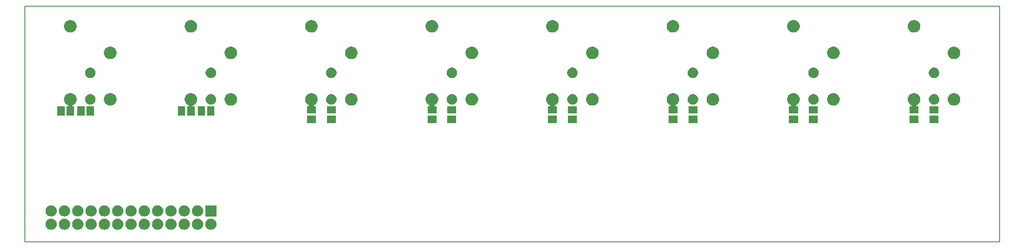
<source format=gbs>
G04 #@! TF.GenerationSoftware,KiCad,Pcbnew,(5.1.0-0)*
G04 #@! TF.CreationDate,2019-11-06T10:25:11+01:00*
G04 #@! TF.ProjectId,AddOnD,4164644f-6e44-42e6-9b69-6361645f7063,rev?*
G04 #@! TF.SameCoordinates,Original*
G04 #@! TF.FileFunction,Soldermask,Bot*
G04 #@! TF.FilePolarity,Negative*
%FSLAX46Y46*%
G04 Gerber Fmt 4.6, Leading zero omitted, Abs format (unit mm)*
G04 Created by KiCad (PCBNEW (5.1.0-0)) date 2019-11-06 10:25:11*
%MOMM*%
%LPD*%
G04 APERTURE LIST*
%ADD10C,0.150000*%
%ADD11C,0.100000*%
G04 APERTURE END LIST*
D10*
X7500000Y45000000D02*
X7500000Y90000000D01*
X193500000Y45000000D02*
X7500000Y45000000D01*
X193500000Y90000000D02*
X193500000Y45000000D01*
X7500000Y90000000D02*
X193500000Y90000000D01*
D11*
G36*
X43208500Y49408211D02*
G01*
X43408994Y49347392D01*
X43593759Y49248633D01*
X43593762Y49248631D01*
X43593763Y49248630D01*
X43755718Y49115718D01*
X43888630Y48953763D01*
X43888633Y48953759D01*
X43987392Y48768994D01*
X44048211Y48568500D01*
X44068746Y48360000D01*
X44048211Y48151500D01*
X43987392Y47951006D01*
X43888633Y47766241D01*
X43888631Y47766238D01*
X43888630Y47766237D01*
X43755718Y47604282D01*
X43593763Y47471370D01*
X43593759Y47471367D01*
X43408994Y47372608D01*
X43208500Y47311789D01*
X43052251Y47296400D01*
X42947749Y47296400D01*
X42791500Y47311789D01*
X42591006Y47372608D01*
X42406241Y47471367D01*
X42406237Y47471370D01*
X42244282Y47604282D01*
X42111370Y47766237D01*
X42111369Y47766238D01*
X42111367Y47766241D01*
X42012608Y47951006D01*
X41951789Y48151500D01*
X41931254Y48360000D01*
X41951789Y48568500D01*
X42012608Y48768994D01*
X42111367Y48953759D01*
X42111370Y48953763D01*
X42244282Y49115718D01*
X42406237Y49248630D01*
X42406238Y49248631D01*
X42406241Y49248633D01*
X42591006Y49347392D01*
X42791500Y49408211D01*
X42947749Y49423600D01*
X43052251Y49423600D01*
X43208500Y49408211D01*
X43208500Y49408211D01*
G37*
G36*
X40668500Y49408211D02*
G01*
X40868994Y49347392D01*
X41053759Y49248633D01*
X41053762Y49248631D01*
X41053763Y49248630D01*
X41215718Y49115718D01*
X41348630Y48953763D01*
X41348633Y48953759D01*
X41447392Y48768994D01*
X41508211Y48568500D01*
X41528746Y48360000D01*
X41508211Y48151500D01*
X41447392Y47951006D01*
X41348633Y47766241D01*
X41348631Y47766238D01*
X41348630Y47766237D01*
X41215718Y47604282D01*
X41053763Y47471370D01*
X41053759Y47471367D01*
X40868994Y47372608D01*
X40668500Y47311789D01*
X40512251Y47296400D01*
X40407749Y47296400D01*
X40251500Y47311789D01*
X40051006Y47372608D01*
X39866241Y47471367D01*
X39866237Y47471370D01*
X39704282Y47604282D01*
X39571370Y47766237D01*
X39571369Y47766238D01*
X39571367Y47766241D01*
X39472608Y47951006D01*
X39411789Y48151500D01*
X39391254Y48360000D01*
X39411789Y48568500D01*
X39472608Y48768994D01*
X39571367Y48953759D01*
X39571370Y48953763D01*
X39704282Y49115718D01*
X39866237Y49248630D01*
X39866238Y49248631D01*
X39866241Y49248633D01*
X40051006Y49347392D01*
X40251500Y49408211D01*
X40407749Y49423600D01*
X40512251Y49423600D01*
X40668500Y49408211D01*
X40668500Y49408211D01*
G37*
G36*
X38128500Y49408211D02*
G01*
X38328994Y49347392D01*
X38513759Y49248633D01*
X38513762Y49248631D01*
X38513763Y49248630D01*
X38675718Y49115718D01*
X38808630Y48953763D01*
X38808633Y48953759D01*
X38907392Y48768994D01*
X38968211Y48568500D01*
X38988746Y48360000D01*
X38968211Y48151500D01*
X38907392Y47951006D01*
X38808633Y47766241D01*
X38808631Y47766238D01*
X38808630Y47766237D01*
X38675718Y47604282D01*
X38513763Y47471370D01*
X38513759Y47471367D01*
X38328994Y47372608D01*
X38128500Y47311789D01*
X37972251Y47296400D01*
X37867749Y47296400D01*
X37711500Y47311789D01*
X37511006Y47372608D01*
X37326241Y47471367D01*
X37326237Y47471370D01*
X37164282Y47604282D01*
X37031370Y47766237D01*
X37031369Y47766238D01*
X37031367Y47766241D01*
X36932608Y47951006D01*
X36871789Y48151500D01*
X36851254Y48360000D01*
X36871789Y48568500D01*
X36932608Y48768994D01*
X37031367Y48953759D01*
X37031370Y48953763D01*
X37164282Y49115718D01*
X37326237Y49248630D01*
X37326238Y49248631D01*
X37326241Y49248633D01*
X37511006Y49347392D01*
X37711500Y49408211D01*
X37867749Y49423600D01*
X37972251Y49423600D01*
X38128500Y49408211D01*
X38128500Y49408211D01*
G37*
G36*
X35588500Y49408211D02*
G01*
X35788994Y49347392D01*
X35973759Y49248633D01*
X35973762Y49248631D01*
X35973763Y49248630D01*
X36135718Y49115718D01*
X36268630Y48953763D01*
X36268633Y48953759D01*
X36367392Y48768994D01*
X36428211Y48568500D01*
X36448746Y48360000D01*
X36428211Y48151500D01*
X36367392Y47951006D01*
X36268633Y47766241D01*
X36268631Y47766238D01*
X36268630Y47766237D01*
X36135718Y47604282D01*
X35973763Y47471370D01*
X35973759Y47471367D01*
X35788994Y47372608D01*
X35588500Y47311789D01*
X35432251Y47296400D01*
X35327749Y47296400D01*
X35171500Y47311789D01*
X34971006Y47372608D01*
X34786241Y47471367D01*
X34786237Y47471370D01*
X34624282Y47604282D01*
X34491370Y47766237D01*
X34491369Y47766238D01*
X34491367Y47766241D01*
X34392608Y47951006D01*
X34331789Y48151500D01*
X34311254Y48360000D01*
X34331789Y48568500D01*
X34392608Y48768994D01*
X34491367Y48953759D01*
X34491370Y48953763D01*
X34624282Y49115718D01*
X34786237Y49248630D01*
X34786238Y49248631D01*
X34786241Y49248633D01*
X34971006Y49347392D01*
X35171500Y49408211D01*
X35327749Y49423600D01*
X35432251Y49423600D01*
X35588500Y49408211D01*
X35588500Y49408211D01*
G37*
G36*
X33048500Y49408211D02*
G01*
X33248994Y49347392D01*
X33433759Y49248633D01*
X33433762Y49248631D01*
X33433763Y49248630D01*
X33595718Y49115718D01*
X33728630Y48953763D01*
X33728633Y48953759D01*
X33827392Y48768994D01*
X33888211Y48568500D01*
X33908746Y48360000D01*
X33888211Y48151500D01*
X33827392Y47951006D01*
X33728633Y47766241D01*
X33728631Y47766238D01*
X33728630Y47766237D01*
X33595718Y47604282D01*
X33433763Y47471370D01*
X33433759Y47471367D01*
X33248994Y47372608D01*
X33048500Y47311789D01*
X32892251Y47296400D01*
X32787749Y47296400D01*
X32631500Y47311789D01*
X32431006Y47372608D01*
X32246241Y47471367D01*
X32246237Y47471370D01*
X32084282Y47604282D01*
X31951370Y47766237D01*
X31951369Y47766238D01*
X31951367Y47766241D01*
X31852608Y47951006D01*
X31791789Y48151500D01*
X31771254Y48360000D01*
X31791789Y48568500D01*
X31852608Y48768994D01*
X31951367Y48953759D01*
X31951370Y48953763D01*
X32084282Y49115718D01*
X32246237Y49248630D01*
X32246238Y49248631D01*
X32246241Y49248633D01*
X32431006Y49347392D01*
X32631500Y49408211D01*
X32787749Y49423600D01*
X32892251Y49423600D01*
X33048500Y49408211D01*
X33048500Y49408211D01*
G37*
G36*
X30508500Y49408211D02*
G01*
X30708994Y49347392D01*
X30893759Y49248633D01*
X30893762Y49248631D01*
X30893763Y49248630D01*
X31055718Y49115718D01*
X31188630Y48953763D01*
X31188633Y48953759D01*
X31287392Y48768994D01*
X31348211Y48568500D01*
X31368746Y48360000D01*
X31348211Y48151500D01*
X31287392Y47951006D01*
X31188633Y47766241D01*
X31188631Y47766238D01*
X31188630Y47766237D01*
X31055718Y47604282D01*
X30893763Y47471370D01*
X30893759Y47471367D01*
X30708994Y47372608D01*
X30508500Y47311789D01*
X30352251Y47296400D01*
X30247749Y47296400D01*
X30091500Y47311789D01*
X29891006Y47372608D01*
X29706241Y47471367D01*
X29706237Y47471370D01*
X29544282Y47604282D01*
X29411370Y47766237D01*
X29411369Y47766238D01*
X29411367Y47766241D01*
X29312608Y47951006D01*
X29251789Y48151500D01*
X29231254Y48360000D01*
X29251789Y48568500D01*
X29312608Y48768994D01*
X29411367Y48953759D01*
X29411370Y48953763D01*
X29544282Y49115718D01*
X29706237Y49248630D01*
X29706238Y49248631D01*
X29706241Y49248633D01*
X29891006Y49347392D01*
X30091500Y49408211D01*
X30247749Y49423600D01*
X30352251Y49423600D01*
X30508500Y49408211D01*
X30508500Y49408211D01*
G37*
G36*
X27968500Y49408211D02*
G01*
X28168994Y49347392D01*
X28353759Y49248633D01*
X28353762Y49248631D01*
X28353763Y49248630D01*
X28515718Y49115718D01*
X28648630Y48953763D01*
X28648633Y48953759D01*
X28747392Y48768994D01*
X28808211Y48568500D01*
X28828746Y48360000D01*
X28808211Y48151500D01*
X28747392Y47951006D01*
X28648633Y47766241D01*
X28648631Y47766238D01*
X28648630Y47766237D01*
X28515718Y47604282D01*
X28353763Y47471370D01*
X28353759Y47471367D01*
X28168994Y47372608D01*
X27968500Y47311789D01*
X27812251Y47296400D01*
X27707749Y47296400D01*
X27551500Y47311789D01*
X27351006Y47372608D01*
X27166241Y47471367D01*
X27166237Y47471370D01*
X27004282Y47604282D01*
X26871370Y47766237D01*
X26871369Y47766238D01*
X26871367Y47766241D01*
X26772608Y47951006D01*
X26711789Y48151500D01*
X26691254Y48360000D01*
X26711789Y48568500D01*
X26772608Y48768994D01*
X26871367Y48953759D01*
X26871370Y48953763D01*
X27004282Y49115718D01*
X27166237Y49248630D01*
X27166238Y49248631D01*
X27166241Y49248633D01*
X27351006Y49347392D01*
X27551500Y49408211D01*
X27707749Y49423600D01*
X27812251Y49423600D01*
X27968500Y49408211D01*
X27968500Y49408211D01*
G37*
G36*
X25428500Y49408211D02*
G01*
X25628994Y49347392D01*
X25813759Y49248633D01*
X25813762Y49248631D01*
X25813763Y49248630D01*
X25975718Y49115718D01*
X26108630Y48953763D01*
X26108633Y48953759D01*
X26207392Y48768994D01*
X26268211Y48568500D01*
X26288746Y48360000D01*
X26268211Y48151500D01*
X26207392Y47951006D01*
X26108633Y47766241D01*
X26108631Y47766238D01*
X26108630Y47766237D01*
X25975718Y47604282D01*
X25813763Y47471370D01*
X25813759Y47471367D01*
X25628994Y47372608D01*
X25428500Y47311789D01*
X25272251Y47296400D01*
X25167749Y47296400D01*
X25011500Y47311789D01*
X24811006Y47372608D01*
X24626241Y47471367D01*
X24626237Y47471370D01*
X24464282Y47604282D01*
X24331370Y47766237D01*
X24331369Y47766238D01*
X24331367Y47766241D01*
X24232608Y47951006D01*
X24171789Y48151500D01*
X24151254Y48360000D01*
X24171789Y48568500D01*
X24232608Y48768994D01*
X24331367Y48953759D01*
X24331370Y48953763D01*
X24464282Y49115718D01*
X24626237Y49248630D01*
X24626238Y49248631D01*
X24626241Y49248633D01*
X24811006Y49347392D01*
X25011500Y49408211D01*
X25167749Y49423600D01*
X25272251Y49423600D01*
X25428500Y49408211D01*
X25428500Y49408211D01*
G37*
G36*
X22888500Y49408211D02*
G01*
X23088994Y49347392D01*
X23273759Y49248633D01*
X23273762Y49248631D01*
X23273763Y49248630D01*
X23435718Y49115718D01*
X23568630Y48953763D01*
X23568633Y48953759D01*
X23667392Y48768994D01*
X23728211Y48568500D01*
X23748746Y48360000D01*
X23728211Y48151500D01*
X23667392Y47951006D01*
X23568633Y47766241D01*
X23568631Y47766238D01*
X23568630Y47766237D01*
X23435718Y47604282D01*
X23273763Y47471370D01*
X23273759Y47471367D01*
X23088994Y47372608D01*
X22888500Y47311789D01*
X22732251Y47296400D01*
X22627749Y47296400D01*
X22471500Y47311789D01*
X22271006Y47372608D01*
X22086241Y47471367D01*
X22086237Y47471370D01*
X21924282Y47604282D01*
X21791370Y47766237D01*
X21791369Y47766238D01*
X21791367Y47766241D01*
X21692608Y47951006D01*
X21631789Y48151500D01*
X21611254Y48360000D01*
X21631789Y48568500D01*
X21692608Y48768994D01*
X21791367Y48953759D01*
X21791370Y48953763D01*
X21924282Y49115718D01*
X22086237Y49248630D01*
X22086238Y49248631D01*
X22086241Y49248633D01*
X22271006Y49347392D01*
X22471500Y49408211D01*
X22627749Y49423600D01*
X22732251Y49423600D01*
X22888500Y49408211D01*
X22888500Y49408211D01*
G37*
G36*
X20348500Y49408211D02*
G01*
X20548994Y49347392D01*
X20733759Y49248633D01*
X20733762Y49248631D01*
X20733763Y49248630D01*
X20895718Y49115718D01*
X21028630Y48953763D01*
X21028633Y48953759D01*
X21127392Y48768994D01*
X21188211Y48568500D01*
X21208746Y48360000D01*
X21188211Y48151500D01*
X21127392Y47951006D01*
X21028633Y47766241D01*
X21028631Y47766238D01*
X21028630Y47766237D01*
X20895718Y47604282D01*
X20733763Y47471370D01*
X20733759Y47471367D01*
X20548994Y47372608D01*
X20348500Y47311789D01*
X20192251Y47296400D01*
X20087749Y47296400D01*
X19931500Y47311789D01*
X19731006Y47372608D01*
X19546241Y47471367D01*
X19546237Y47471370D01*
X19384282Y47604282D01*
X19251370Y47766237D01*
X19251369Y47766238D01*
X19251367Y47766241D01*
X19152608Y47951006D01*
X19091789Y48151500D01*
X19071254Y48360000D01*
X19091789Y48568500D01*
X19152608Y48768994D01*
X19251367Y48953759D01*
X19251370Y48953763D01*
X19384282Y49115718D01*
X19546237Y49248630D01*
X19546238Y49248631D01*
X19546241Y49248633D01*
X19731006Y49347392D01*
X19931500Y49408211D01*
X20087749Y49423600D01*
X20192251Y49423600D01*
X20348500Y49408211D01*
X20348500Y49408211D01*
G37*
G36*
X17808500Y49408211D02*
G01*
X18008994Y49347392D01*
X18193759Y49248633D01*
X18193762Y49248631D01*
X18193763Y49248630D01*
X18355718Y49115718D01*
X18488630Y48953763D01*
X18488633Y48953759D01*
X18587392Y48768994D01*
X18648211Y48568500D01*
X18668746Y48360000D01*
X18648211Y48151500D01*
X18587392Y47951006D01*
X18488633Y47766241D01*
X18488631Y47766238D01*
X18488630Y47766237D01*
X18355718Y47604282D01*
X18193763Y47471370D01*
X18193759Y47471367D01*
X18008994Y47372608D01*
X17808500Y47311789D01*
X17652251Y47296400D01*
X17547749Y47296400D01*
X17391500Y47311789D01*
X17191006Y47372608D01*
X17006241Y47471367D01*
X17006237Y47471370D01*
X16844282Y47604282D01*
X16711370Y47766237D01*
X16711369Y47766238D01*
X16711367Y47766241D01*
X16612608Y47951006D01*
X16551789Y48151500D01*
X16531254Y48360000D01*
X16551789Y48568500D01*
X16612608Y48768994D01*
X16711367Y48953759D01*
X16711370Y48953763D01*
X16844282Y49115718D01*
X17006237Y49248630D01*
X17006238Y49248631D01*
X17006241Y49248633D01*
X17191006Y49347392D01*
X17391500Y49408211D01*
X17547749Y49423600D01*
X17652251Y49423600D01*
X17808500Y49408211D01*
X17808500Y49408211D01*
G37*
G36*
X15268500Y49408211D02*
G01*
X15468994Y49347392D01*
X15653759Y49248633D01*
X15653762Y49248631D01*
X15653763Y49248630D01*
X15815718Y49115718D01*
X15948630Y48953763D01*
X15948633Y48953759D01*
X16047392Y48768994D01*
X16108211Y48568500D01*
X16128746Y48360000D01*
X16108211Y48151500D01*
X16047392Y47951006D01*
X15948633Y47766241D01*
X15948631Y47766238D01*
X15948630Y47766237D01*
X15815718Y47604282D01*
X15653763Y47471370D01*
X15653759Y47471367D01*
X15468994Y47372608D01*
X15268500Y47311789D01*
X15112251Y47296400D01*
X15007749Y47296400D01*
X14851500Y47311789D01*
X14651006Y47372608D01*
X14466241Y47471367D01*
X14466237Y47471370D01*
X14304282Y47604282D01*
X14171370Y47766237D01*
X14171369Y47766238D01*
X14171367Y47766241D01*
X14072608Y47951006D01*
X14011789Y48151500D01*
X13991254Y48360000D01*
X14011789Y48568500D01*
X14072608Y48768994D01*
X14171367Y48953759D01*
X14171370Y48953763D01*
X14304282Y49115718D01*
X14466237Y49248630D01*
X14466238Y49248631D01*
X14466241Y49248633D01*
X14651006Y49347392D01*
X14851500Y49408211D01*
X15007749Y49423600D01*
X15112251Y49423600D01*
X15268500Y49408211D01*
X15268500Y49408211D01*
G37*
G36*
X12728500Y49408211D02*
G01*
X12928994Y49347392D01*
X13113759Y49248633D01*
X13113762Y49248631D01*
X13113763Y49248630D01*
X13275718Y49115718D01*
X13408630Y48953763D01*
X13408633Y48953759D01*
X13507392Y48768994D01*
X13568211Y48568500D01*
X13588746Y48360000D01*
X13568211Y48151500D01*
X13507392Y47951006D01*
X13408633Y47766241D01*
X13408631Y47766238D01*
X13408630Y47766237D01*
X13275718Y47604282D01*
X13113763Y47471370D01*
X13113759Y47471367D01*
X12928994Y47372608D01*
X12728500Y47311789D01*
X12572251Y47296400D01*
X12467749Y47296400D01*
X12311500Y47311789D01*
X12111006Y47372608D01*
X11926241Y47471367D01*
X11926237Y47471370D01*
X11764282Y47604282D01*
X11631370Y47766237D01*
X11631369Y47766238D01*
X11631367Y47766241D01*
X11532608Y47951006D01*
X11471789Y48151500D01*
X11451254Y48360000D01*
X11471789Y48568500D01*
X11532608Y48768994D01*
X11631367Y48953759D01*
X11631370Y48953763D01*
X11764282Y49115718D01*
X11926237Y49248630D01*
X11926238Y49248631D01*
X11926241Y49248633D01*
X12111006Y49347392D01*
X12311500Y49408211D01*
X12467749Y49423600D01*
X12572251Y49423600D01*
X12728500Y49408211D01*
X12728500Y49408211D01*
G37*
G36*
X27968500Y51948211D02*
G01*
X28168994Y51887392D01*
X28353759Y51788633D01*
X28353762Y51788631D01*
X28353763Y51788630D01*
X28515718Y51655718D01*
X28648630Y51493763D01*
X28648633Y51493759D01*
X28747392Y51308994D01*
X28808211Y51108500D01*
X28828746Y50900000D01*
X28808211Y50691500D01*
X28747392Y50491006D01*
X28648633Y50306241D01*
X28648631Y50306238D01*
X28648630Y50306237D01*
X28515718Y50144282D01*
X28353763Y50011370D01*
X28353759Y50011367D01*
X28168994Y49912608D01*
X27968500Y49851789D01*
X27812251Y49836400D01*
X27707749Y49836400D01*
X27551500Y49851789D01*
X27351006Y49912608D01*
X27166241Y50011367D01*
X27166237Y50011370D01*
X27004282Y50144282D01*
X26871370Y50306237D01*
X26871369Y50306238D01*
X26871367Y50306241D01*
X26772608Y50491006D01*
X26711789Y50691500D01*
X26691254Y50900000D01*
X26711789Y51108500D01*
X26772608Y51308994D01*
X26871367Y51493759D01*
X26871370Y51493763D01*
X27004282Y51655718D01*
X27166237Y51788630D01*
X27166238Y51788631D01*
X27166241Y51788633D01*
X27351006Y51887392D01*
X27551500Y51948211D01*
X27707749Y51963600D01*
X27812251Y51963600D01*
X27968500Y51948211D01*
X27968500Y51948211D01*
G37*
G36*
X12728500Y51948211D02*
G01*
X12928994Y51887392D01*
X13113759Y51788633D01*
X13113762Y51788631D01*
X13113763Y51788630D01*
X13275718Y51655718D01*
X13408630Y51493763D01*
X13408633Y51493759D01*
X13507392Y51308994D01*
X13568211Y51108500D01*
X13588746Y50900000D01*
X13568211Y50691500D01*
X13507392Y50491006D01*
X13408633Y50306241D01*
X13408631Y50306238D01*
X13408630Y50306237D01*
X13275718Y50144282D01*
X13113763Y50011370D01*
X13113759Y50011367D01*
X12928994Y49912608D01*
X12728500Y49851789D01*
X12572251Y49836400D01*
X12467749Y49836400D01*
X12311500Y49851789D01*
X12111006Y49912608D01*
X11926241Y50011367D01*
X11926237Y50011370D01*
X11764282Y50144282D01*
X11631370Y50306237D01*
X11631369Y50306238D01*
X11631367Y50306241D01*
X11532608Y50491006D01*
X11471789Y50691500D01*
X11451254Y50900000D01*
X11471789Y51108500D01*
X11532608Y51308994D01*
X11631367Y51493759D01*
X11631370Y51493763D01*
X11764282Y51655718D01*
X11926237Y51788630D01*
X11926238Y51788631D01*
X11926241Y51788633D01*
X12111006Y51887392D01*
X12311500Y51948211D01*
X12467749Y51963600D01*
X12572251Y51963600D01*
X12728500Y51948211D01*
X12728500Y51948211D01*
G37*
G36*
X44063600Y49836400D02*
G01*
X41936400Y49836400D01*
X41936400Y51963600D01*
X44063600Y51963600D01*
X44063600Y49836400D01*
X44063600Y49836400D01*
G37*
G36*
X15268500Y51948211D02*
G01*
X15468994Y51887392D01*
X15653759Y51788633D01*
X15653762Y51788631D01*
X15653763Y51788630D01*
X15815718Y51655718D01*
X15948630Y51493763D01*
X15948633Y51493759D01*
X16047392Y51308994D01*
X16108211Y51108500D01*
X16128746Y50900000D01*
X16108211Y50691500D01*
X16047392Y50491006D01*
X15948633Y50306241D01*
X15948631Y50306238D01*
X15948630Y50306237D01*
X15815718Y50144282D01*
X15653763Y50011370D01*
X15653759Y50011367D01*
X15468994Y49912608D01*
X15268500Y49851789D01*
X15112251Y49836400D01*
X15007749Y49836400D01*
X14851500Y49851789D01*
X14651006Y49912608D01*
X14466241Y50011367D01*
X14466237Y50011370D01*
X14304282Y50144282D01*
X14171370Y50306237D01*
X14171369Y50306238D01*
X14171367Y50306241D01*
X14072608Y50491006D01*
X14011789Y50691500D01*
X13991254Y50900000D01*
X14011789Y51108500D01*
X14072608Y51308994D01*
X14171367Y51493759D01*
X14171370Y51493763D01*
X14304282Y51655718D01*
X14466237Y51788630D01*
X14466238Y51788631D01*
X14466241Y51788633D01*
X14651006Y51887392D01*
X14851500Y51948211D01*
X15007749Y51963600D01*
X15112251Y51963600D01*
X15268500Y51948211D01*
X15268500Y51948211D01*
G37*
G36*
X40668500Y51948211D02*
G01*
X40868994Y51887392D01*
X41053759Y51788633D01*
X41053762Y51788631D01*
X41053763Y51788630D01*
X41215718Y51655718D01*
X41348630Y51493763D01*
X41348633Y51493759D01*
X41447392Y51308994D01*
X41508211Y51108500D01*
X41528746Y50900000D01*
X41508211Y50691500D01*
X41447392Y50491006D01*
X41348633Y50306241D01*
X41348631Y50306238D01*
X41348630Y50306237D01*
X41215718Y50144282D01*
X41053763Y50011370D01*
X41053759Y50011367D01*
X40868994Y49912608D01*
X40668500Y49851789D01*
X40512251Y49836400D01*
X40407749Y49836400D01*
X40251500Y49851789D01*
X40051006Y49912608D01*
X39866241Y50011367D01*
X39866237Y50011370D01*
X39704282Y50144282D01*
X39571370Y50306237D01*
X39571369Y50306238D01*
X39571367Y50306241D01*
X39472608Y50491006D01*
X39411789Y50691500D01*
X39391254Y50900000D01*
X39411789Y51108500D01*
X39472608Y51308994D01*
X39571367Y51493759D01*
X39571370Y51493763D01*
X39704282Y51655718D01*
X39866237Y51788630D01*
X39866238Y51788631D01*
X39866241Y51788633D01*
X40051006Y51887392D01*
X40251500Y51948211D01*
X40407749Y51963600D01*
X40512251Y51963600D01*
X40668500Y51948211D01*
X40668500Y51948211D01*
G37*
G36*
X17808500Y51948211D02*
G01*
X18008994Y51887392D01*
X18193759Y51788633D01*
X18193762Y51788631D01*
X18193763Y51788630D01*
X18355718Y51655718D01*
X18488630Y51493763D01*
X18488633Y51493759D01*
X18587392Y51308994D01*
X18648211Y51108500D01*
X18668746Y50900000D01*
X18648211Y50691500D01*
X18587392Y50491006D01*
X18488633Y50306241D01*
X18488631Y50306238D01*
X18488630Y50306237D01*
X18355718Y50144282D01*
X18193763Y50011370D01*
X18193759Y50011367D01*
X18008994Y49912608D01*
X17808500Y49851789D01*
X17652251Y49836400D01*
X17547749Y49836400D01*
X17391500Y49851789D01*
X17191006Y49912608D01*
X17006241Y50011367D01*
X17006237Y50011370D01*
X16844282Y50144282D01*
X16711370Y50306237D01*
X16711369Y50306238D01*
X16711367Y50306241D01*
X16612608Y50491006D01*
X16551789Y50691500D01*
X16531254Y50900000D01*
X16551789Y51108500D01*
X16612608Y51308994D01*
X16711367Y51493759D01*
X16711370Y51493763D01*
X16844282Y51655718D01*
X17006237Y51788630D01*
X17006238Y51788631D01*
X17006241Y51788633D01*
X17191006Y51887392D01*
X17391500Y51948211D01*
X17547749Y51963600D01*
X17652251Y51963600D01*
X17808500Y51948211D01*
X17808500Y51948211D01*
G37*
G36*
X38128500Y51948211D02*
G01*
X38328994Y51887392D01*
X38513759Y51788633D01*
X38513762Y51788631D01*
X38513763Y51788630D01*
X38675718Y51655718D01*
X38808630Y51493763D01*
X38808633Y51493759D01*
X38907392Y51308994D01*
X38968211Y51108500D01*
X38988746Y50900000D01*
X38968211Y50691500D01*
X38907392Y50491006D01*
X38808633Y50306241D01*
X38808631Y50306238D01*
X38808630Y50306237D01*
X38675718Y50144282D01*
X38513763Y50011370D01*
X38513759Y50011367D01*
X38328994Y49912608D01*
X38128500Y49851789D01*
X37972251Y49836400D01*
X37867749Y49836400D01*
X37711500Y49851789D01*
X37511006Y49912608D01*
X37326241Y50011367D01*
X37326237Y50011370D01*
X37164282Y50144282D01*
X37031370Y50306237D01*
X37031369Y50306238D01*
X37031367Y50306241D01*
X36932608Y50491006D01*
X36871789Y50691500D01*
X36851254Y50900000D01*
X36871789Y51108500D01*
X36932608Y51308994D01*
X37031367Y51493759D01*
X37031370Y51493763D01*
X37164282Y51655718D01*
X37326237Y51788630D01*
X37326238Y51788631D01*
X37326241Y51788633D01*
X37511006Y51887392D01*
X37711500Y51948211D01*
X37867749Y51963600D01*
X37972251Y51963600D01*
X38128500Y51948211D01*
X38128500Y51948211D01*
G37*
G36*
X20348500Y51948211D02*
G01*
X20548994Y51887392D01*
X20733759Y51788633D01*
X20733762Y51788631D01*
X20733763Y51788630D01*
X20895718Y51655718D01*
X21028630Y51493763D01*
X21028633Y51493759D01*
X21127392Y51308994D01*
X21188211Y51108500D01*
X21208746Y50900000D01*
X21188211Y50691500D01*
X21127392Y50491006D01*
X21028633Y50306241D01*
X21028631Y50306238D01*
X21028630Y50306237D01*
X20895718Y50144282D01*
X20733763Y50011370D01*
X20733759Y50011367D01*
X20548994Y49912608D01*
X20348500Y49851789D01*
X20192251Y49836400D01*
X20087749Y49836400D01*
X19931500Y49851789D01*
X19731006Y49912608D01*
X19546241Y50011367D01*
X19546237Y50011370D01*
X19384282Y50144282D01*
X19251370Y50306237D01*
X19251369Y50306238D01*
X19251367Y50306241D01*
X19152608Y50491006D01*
X19091789Y50691500D01*
X19071254Y50900000D01*
X19091789Y51108500D01*
X19152608Y51308994D01*
X19251367Y51493759D01*
X19251370Y51493763D01*
X19384282Y51655718D01*
X19546237Y51788630D01*
X19546238Y51788631D01*
X19546241Y51788633D01*
X19731006Y51887392D01*
X19931500Y51948211D01*
X20087749Y51963600D01*
X20192251Y51963600D01*
X20348500Y51948211D01*
X20348500Y51948211D01*
G37*
G36*
X35588500Y51948211D02*
G01*
X35788994Y51887392D01*
X35973759Y51788633D01*
X35973762Y51788631D01*
X35973763Y51788630D01*
X36135718Y51655718D01*
X36268630Y51493763D01*
X36268633Y51493759D01*
X36367392Y51308994D01*
X36428211Y51108500D01*
X36448746Y50900000D01*
X36428211Y50691500D01*
X36367392Y50491006D01*
X36268633Y50306241D01*
X36268631Y50306238D01*
X36268630Y50306237D01*
X36135718Y50144282D01*
X35973763Y50011370D01*
X35973759Y50011367D01*
X35788994Y49912608D01*
X35588500Y49851789D01*
X35432251Y49836400D01*
X35327749Y49836400D01*
X35171500Y49851789D01*
X34971006Y49912608D01*
X34786241Y50011367D01*
X34786237Y50011370D01*
X34624282Y50144282D01*
X34491370Y50306237D01*
X34491369Y50306238D01*
X34491367Y50306241D01*
X34392608Y50491006D01*
X34331789Y50691500D01*
X34311254Y50900000D01*
X34331789Y51108500D01*
X34392608Y51308994D01*
X34491367Y51493759D01*
X34491370Y51493763D01*
X34624282Y51655718D01*
X34786237Y51788630D01*
X34786238Y51788631D01*
X34786241Y51788633D01*
X34971006Y51887392D01*
X35171500Y51948211D01*
X35327749Y51963600D01*
X35432251Y51963600D01*
X35588500Y51948211D01*
X35588500Y51948211D01*
G37*
G36*
X22888500Y51948211D02*
G01*
X23088994Y51887392D01*
X23273759Y51788633D01*
X23273762Y51788631D01*
X23273763Y51788630D01*
X23435718Y51655718D01*
X23568630Y51493763D01*
X23568633Y51493759D01*
X23667392Y51308994D01*
X23728211Y51108500D01*
X23748746Y50900000D01*
X23728211Y50691500D01*
X23667392Y50491006D01*
X23568633Y50306241D01*
X23568631Y50306238D01*
X23568630Y50306237D01*
X23435718Y50144282D01*
X23273763Y50011370D01*
X23273759Y50011367D01*
X23088994Y49912608D01*
X22888500Y49851789D01*
X22732251Y49836400D01*
X22627749Y49836400D01*
X22471500Y49851789D01*
X22271006Y49912608D01*
X22086241Y50011367D01*
X22086237Y50011370D01*
X21924282Y50144282D01*
X21791370Y50306237D01*
X21791369Y50306238D01*
X21791367Y50306241D01*
X21692608Y50491006D01*
X21631789Y50691500D01*
X21611254Y50900000D01*
X21631789Y51108500D01*
X21692608Y51308994D01*
X21791367Y51493759D01*
X21791370Y51493763D01*
X21924282Y51655718D01*
X22086237Y51788630D01*
X22086238Y51788631D01*
X22086241Y51788633D01*
X22271006Y51887392D01*
X22471500Y51948211D01*
X22627749Y51963600D01*
X22732251Y51963600D01*
X22888500Y51948211D01*
X22888500Y51948211D01*
G37*
G36*
X33048500Y51948211D02*
G01*
X33248994Y51887392D01*
X33433759Y51788633D01*
X33433762Y51788631D01*
X33433763Y51788630D01*
X33595718Y51655718D01*
X33728630Y51493763D01*
X33728633Y51493759D01*
X33827392Y51308994D01*
X33888211Y51108500D01*
X33908746Y50900000D01*
X33888211Y50691500D01*
X33827392Y50491006D01*
X33728633Y50306241D01*
X33728631Y50306238D01*
X33728630Y50306237D01*
X33595718Y50144282D01*
X33433763Y50011370D01*
X33433759Y50011367D01*
X33248994Y49912608D01*
X33048500Y49851789D01*
X32892251Y49836400D01*
X32787749Y49836400D01*
X32631500Y49851789D01*
X32431006Y49912608D01*
X32246241Y50011367D01*
X32246237Y50011370D01*
X32084282Y50144282D01*
X31951370Y50306237D01*
X31951369Y50306238D01*
X31951367Y50306241D01*
X31852608Y50491006D01*
X31791789Y50691500D01*
X31771254Y50900000D01*
X31791789Y51108500D01*
X31852608Y51308994D01*
X31951367Y51493759D01*
X31951370Y51493763D01*
X32084282Y51655718D01*
X32246237Y51788630D01*
X32246238Y51788631D01*
X32246241Y51788633D01*
X32431006Y51887392D01*
X32631500Y51948211D01*
X32787749Y51963600D01*
X32892251Y51963600D01*
X33048500Y51948211D01*
X33048500Y51948211D01*
G37*
G36*
X25428500Y51948211D02*
G01*
X25628994Y51887392D01*
X25813759Y51788633D01*
X25813762Y51788631D01*
X25813763Y51788630D01*
X25975718Y51655718D01*
X26108630Y51493763D01*
X26108633Y51493759D01*
X26207392Y51308994D01*
X26268211Y51108500D01*
X26288746Y50900000D01*
X26268211Y50691500D01*
X26207392Y50491006D01*
X26108633Y50306241D01*
X26108631Y50306238D01*
X26108630Y50306237D01*
X25975718Y50144282D01*
X25813763Y50011370D01*
X25813759Y50011367D01*
X25628994Y49912608D01*
X25428500Y49851789D01*
X25272251Y49836400D01*
X25167749Y49836400D01*
X25011500Y49851789D01*
X24811006Y49912608D01*
X24626241Y50011367D01*
X24626237Y50011370D01*
X24464282Y50144282D01*
X24331370Y50306237D01*
X24331369Y50306238D01*
X24331367Y50306241D01*
X24232608Y50491006D01*
X24171789Y50691500D01*
X24151254Y50900000D01*
X24171789Y51108500D01*
X24232608Y51308994D01*
X24331367Y51493759D01*
X24331370Y51493763D01*
X24464282Y51655718D01*
X24626237Y51788630D01*
X24626238Y51788631D01*
X24626241Y51788633D01*
X24811006Y51887392D01*
X25011500Y51948211D01*
X25167749Y51963600D01*
X25272251Y51963600D01*
X25428500Y51948211D01*
X25428500Y51948211D01*
G37*
G36*
X30508500Y51948211D02*
G01*
X30708994Y51887392D01*
X30893759Y51788633D01*
X30893762Y51788631D01*
X30893763Y51788630D01*
X31055718Y51655718D01*
X31188630Y51493763D01*
X31188633Y51493759D01*
X31287392Y51308994D01*
X31348211Y51108500D01*
X31368746Y50900000D01*
X31348211Y50691500D01*
X31287392Y50491006D01*
X31188633Y50306241D01*
X31188631Y50306238D01*
X31188630Y50306237D01*
X31055718Y50144282D01*
X30893763Y50011370D01*
X30893759Y50011367D01*
X30708994Y49912608D01*
X30508500Y49851789D01*
X30352251Y49836400D01*
X30247749Y49836400D01*
X30091500Y49851789D01*
X29891006Y49912608D01*
X29706241Y50011367D01*
X29706237Y50011370D01*
X29544282Y50144282D01*
X29411370Y50306237D01*
X29411369Y50306238D01*
X29411367Y50306241D01*
X29312608Y50491006D01*
X29251789Y50691500D01*
X29231254Y50900000D01*
X29251789Y51108500D01*
X29312608Y51308994D01*
X29411367Y51493759D01*
X29411370Y51493763D01*
X29544282Y51655718D01*
X29706237Y51788630D01*
X29706238Y51788631D01*
X29706241Y51788633D01*
X29891006Y51887392D01*
X30091500Y51948211D01*
X30247749Y51963600D01*
X30352251Y51963600D01*
X30508500Y51948211D01*
X30508500Y51948211D01*
G37*
G36*
X181850000Y67700000D02*
G01*
X180150000Y67700000D01*
X180150000Y69100000D01*
X181850000Y69100000D01*
X181850000Y67700000D01*
X181850000Y67700000D01*
G37*
G36*
X135850000Y67700000D02*
G01*
X134150000Y67700000D01*
X134150000Y69100000D01*
X135850000Y69100000D01*
X135850000Y67700000D01*
X135850000Y67700000D01*
G37*
G36*
X155050000Y67700000D02*
G01*
X153350000Y67700000D01*
X153350000Y69100000D01*
X155050000Y69100000D01*
X155050000Y67700000D01*
X155050000Y67700000D01*
G37*
G36*
X132050000Y67700000D02*
G01*
X130350000Y67700000D01*
X130350000Y69100000D01*
X132050000Y69100000D01*
X132050000Y67700000D01*
X132050000Y67700000D01*
G37*
G36*
X112850000Y67700000D02*
G01*
X111150000Y67700000D01*
X111150000Y69100000D01*
X112850000Y69100000D01*
X112850000Y67700000D01*
X112850000Y67700000D01*
G37*
G36*
X158850000Y67700000D02*
G01*
X157150000Y67700000D01*
X157150000Y69100000D01*
X158850000Y69100000D01*
X158850000Y67700000D01*
X158850000Y67700000D01*
G37*
G36*
X178050000Y67700000D02*
G01*
X176350000Y67700000D01*
X176350000Y69100000D01*
X178050000Y69100000D01*
X178050000Y67700000D01*
X178050000Y67700000D01*
G37*
G36*
X109050000Y67700000D02*
G01*
X107350000Y67700000D01*
X107350000Y69100000D01*
X109050000Y69100000D01*
X109050000Y67700000D01*
X109050000Y67700000D01*
G37*
G36*
X89850000Y67700000D02*
G01*
X88150000Y67700000D01*
X88150000Y69100000D01*
X89850000Y69100000D01*
X89850000Y67700000D01*
X89850000Y67700000D01*
G37*
G36*
X63050000Y67700000D02*
G01*
X61350000Y67700000D01*
X61350000Y69100000D01*
X63050000Y69100000D01*
X63050000Y67700000D01*
X63050000Y67700000D01*
G37*
G36*
X66850000Y67700000D02*
G01*
X65150000Y67700000D01*
X65150000Y69100000D01*
X66850000Y69100000D01*
X66850000Y67700000D01*
X66850000Y67700000D01*
G37*
G36*
X86050000Y67700000D02*
G01*
X84350000Y67700000D01*
X84350000Y69100000D01*
X86050000Y69100000D01*
X86050000Y67700000D01*
X86050000Y67700000D01*
G37*
G36*
X15100000Y69150000D02*
G01*
X13700000Y69150000D01*
X13700000Y70850000D01*
X15100000Y70850000D01*
X15100000Y69150000D01*
X15100000Y69150000D01*
G37*
G36*
X41900000Y69150000D02*
G01*
X40500000Y69150000D01*
X40500000Y70850000D01*
X41900000Y70850000D01*
X41900000Y69150000D01*
X41900000Y69150000D01*
G37*
G36*
X39540026Y73373885D02*
G01*
X39758411Y73283427D01*
X39758413Y73283426D01*
X39954955Y73152101D01*
X40122101Y72984955D01*
X40207290Y72857461D01*
X40253427Y72788411D01*
X40343885Y72570026D01*
X40390000Y72338191D01*
X40390000Y72101809D01*
X40343885Y71869974D01*
X40253427Y71651589D01*
X40253426Y71651587D01*
X40122101Y71455045D01*
X39954955Y71287899D01*
X39758413Y71156574D01*
X39758412Y71156573D01*
X39758411Y71156573D01*
X39598856Y71090483D01*
X39577245Y71078932D01*
X39558303Y71063387D01*
X39542758Y71044445D01*
X39531207Y71022834D01*
X39524094Y70999385D01*
X39521692Y70974999D01*
X39524094Y70950613D01*
X39531207Y70927164D01*
X39542758Y70905553D01*
X39558303Y70886611D01*
X39577245Y70871066D01*
X39598856Y70859515D01*
X39622305Y70852402D01*
X39646691Y70850000D01*
X39900000Y70850000D01*
X39900000Y69150000D01*
X38500000Y69150000D01*
X38500000Y70850000D01*
X38733309Y70850000D01*
X38757695Y70852402D01*
X38781144Y70859515D01*
X38802755Y70871066D01*
X38821697Y70886611D01*
X38837242Y70905553D01*
X38848793Y70927164D01*
X38855906Y70950613D01*
X38858308Y70974999D01*
X38855906Y70999385D01*
X38848793Y71022834D01*
X38837242Y71044445D01*
X38821697Y71063387D01*
X38802755Y71078932D01*
X38781144Y71090483D01*
X38621589Y71156573D01*
X38621588Y71156573D01*
X38621587Y71156574D01*
X38425045Y71287899D01*
X38257899Y71455045D01*
X38126574Y71651587D01*
X38126573Y71651589D01*
X38036115Y71869974D01*
X37990000Y72101809D01*
X37990000Y72338191D01*
X38036115Y72570026D01*
X38126573Y72788411D01*
X38172711Y72857461D01*
X38257899Y72984955D01*
X38425045Y73152101D01*
X38621587Y73283426D01*
X38621589Y73283427D01*
X38839974Y73373885D01*
X39071809Y73420000D01*
X39308191Y73420000D01*
X39540026Y73373885D01*
X39540026Y73373885D01*
G37*
G36*
X38100000Y69150000D02*
G01*
X36700000Y69150000D01*
X36700000Y70850000D01*
X38100000Y70850000D01*
X38100000Y69150000D01*
X38100000Y69150000D01*
G37*
G36*
X20700000Y69150000D02*
G01*
X19300000Y69150000D01*
X19300000Y70850000D01*
X20700000Y70850000D01*
X20700000Y69150000D01*
X20700000Y69150000D01*
G37*
G36*
X18900000Y69150000D02*
G01*
X17500000Y69150000D01*
X17500000Y70850000D01*
X18900000Y70850000D01*
X18900000Y69150000D01*
X18900000Y69150000D01*
G37*
G36*
X16540026Y73373885D02*
G01*
X16758411Y73283427D01*
X16758413Y73283426D01*
X16954955Y73152101D01*
X17122101Y72984955D01*
X17207290Y72857461D01*
X17253427Y72788411D01*
X17343885Y72570026D01*
X17390000Y72338191D01*
X17390000Y72101809D01*
X17343885Y71869974D01*
X17253427Y71651589D01*
X17253426Y71651587D01*
X17122101Y71455045D01*
X16954955Y71287899D01*
X16758413Y71156574D01*
X16758412Y71156573D01*
X16758411Y71156573D01*
X16598856Y71090483D01*
X16577245Y71078932D01*
X16558303Y71063387D01*
X16542758Y71044445D01*
X16531207Y71022834D01*
X16524094Y70999385D01*
X16521692Y70974999D01*
X16524094Y70950613D01*
X16531207Y70927164D01*
X16542758Y70905553D01*
X16558303Y70886611D01*
X16577245Y70871066D01*
X16598856Y70859515D01*
X16622305Y70852402D01*
X16646691Y70850000D01*
X16900000Y70850000D01*
X16900000Y69150000D01*
X15500000Y69150000D01*
X15500000Y70850000D01*
X15733309Y70850000D01*
X15757695Y70852402D01*
X15781144Y70859515D01*
X15802755Y70871066D01*
X15821697Y70886611D01*
X15837242Y70905553D01*
X15848793Y70927164D01*
X15855906Y70950613D01*
X15858308Y70974999D01*
X15855906Y70999385D01*
X15848793Y71022834D01*
X15837242Y71044445D01*
X15821697Y71063387D01*
X15802755Y71078932D01*
X15781144Y71090483D01*
X15621589Y71156573D01*
X15621588Y71156573D01*
X15621587Y71156574D01*
X15425045Y71287899D01*
X15257899Y71455045D01*
X15126574Y71651587D01*
X15126573Y71651589D01*
X15036115Y71869974D01*
X14990000Y72101809D01*
X14990000Y72338191D01*
X15036115Y72570026D01*
X15126573Y72788411D01*
X15172711Y72857461D01*
X15257899Y72984955D01*
X15425045Y73152101D01*
X15621587Y73283426D01*
X15621589Y73283427D01*
X15839974Y73373885D01*
X16071809Y73420000D01*
X16308191Y73420000D01*
X16540026Y73373885D01*
X16540026Y73373885D01*
G37*
G36*
X43700000Y69150000D02*
G01*
X42300000Y69150000D01*
X42300000Y70850000D01*
X43700000Y70850000D01*
X43700000Y69150000D01*
X43700000Y69150000D01*
G37*
G36*
X135850000Y69500000D02*
G01*
X134150000Y69500000D01*
X134150000Y70900000D01*
X135850000Y70900000D01*
X135850000Y69500000D01*
X135850000Y69500000D01*
G37*
G36*
X131540026Y73373885D02*
G01*
X131758411Y73283427D01*
X131758413Y73283426D01*
X131954955Y73152101D01*
X132122101Y72984955D01*
X132207290Y72857461D01*
X132253427Y72788411D01*
X132343885Y72570026D01*
X132390000Y72338191D01*
X132390000Y72101809D01*
X132343885Y71869974D01*
X132253427Y71651589D01*
X132253426Y71651587D01*
X132122101Y71455045D01*
X131954955Y71287899D01*
X131758413Y71156574D01*
X131758412Y71156573D01*
X131758411Y71156573D01*
X131719567Y71140483D01*
X131697956Y71128932D01*
X131679014Y71113386D01*
X131663469Y71094444D01*
X131651918Y71072834D01*
X131644805Y71049385D01*
X131642403Y71024999D01*
X131644805Y71000612D01*
X131651918Y70977164D01*
X131663469Y70955553D01*
X131679015Y70936611D01*
X131697957Y70921066D01*
X131719567Y70909515D01*
X131743016Y70902402D01*
X131767402Y70900000D01*
X132050000Y70900000D01*
X132050000Y69500000D01*
X130350000Y69500000D01*
X130350000Y70900000D01*
X130612598Y70900000D01*
X130636984Y70902402D01*
X130660433Y70909515D01*
X130682044Y70921066D01*
X130700986Y70936611D01*
X130716531Y70955553D01*
X130728082Y70977164D01*
X130735195Y71000613D01*
X130737597Y71024999D01*
X130735195Y71049385D01*
X130728082Y71072834D01*
X130716531Y71094445D01*
X130700986Y71113387D01*
X130682044Y71128932D01*
X130660433Y71140483D01*
X130621589Y71156573D01*
X130621588Y71156573D01*
X130621587Y71156574D01*
X130425045Y71287899D01*
X130257899Y71455045D01*
X130126574Y71651587D01*
X130126573Y71651589D01*
X130036115Y71869974D01*
X129990000Y72101809D01*
X129990000Y72338191D01*
X130036115Y72570026D01*
X130126573Y72788411D01*
X130172711Y72857461D01*
X130257899Y72984955D01*
X130425045Y73152101D01*
X130621587Y73283426D01*
X130621589Y73283427D01*
X130839974Y73373885D01*
X131071809Y73420000D01*
X131308191Y73420000D01*
X131540026Y73373885D01*
X131540026Y73373885D01*
G37*
G36*
X154540026Y73373885D02*
G01*
X154758411Y73283427D01*
X154758413Y73283426D01*
X154954955Y73152101D01*
X155122101Y72984955D01*
X155207290Y72857461D01*
X155253427Y72788411D01*
X155343885Y72570026D01*
X155390000Y72338191D01*
X155390000Y72101809D01*
X155343885Y71869974D01*
X155253427Y71651589D01*
X155253426Y71651587D01*
X155122101Y71455045D01*
X154954955Y71287899D01*
X154758413Y71156574D01*
X154758412Y71156573D01*
X154758411Y71156573D01*
X154719567Y71140483D01*
X154697956Y71128932D01*
X154679014Y71113386D01*
X154663469Y71094444D01*
X154651918Y71072834D01*
X154644805Y71049385D01*
X154642403Y71024999D01*
X154644805Y71000612D01*
X154651918Y70977164D01*
X154663469Y70955553D01*
X154679015Y70936611D01*
X154697957Y70921066D01*
X154719567Y70909515D01*
X154743016Y70902402D01*
X154767402Y70900000D01*
X155050000Y70900000D01*
X155050000Y69500000D01*
X153350000Y69500000D01*
X153350000Y70900000D01*
X153612598Y70900000D01*
X153636984Y70902402D01*
X153660433Y70909515D01*
X153682044Y70921066D01*
X153700986Y70936611D01*
X153716531Y70955553D01*
X153728082Y70977164D01*
X153735195Y71000613D01*
X153737597Y71024999D01*
X153735195Y71049385D01*
X153728082Y71072834D01*
X153716531Y71094445D01*
X153700986Y71113387D01*
X153682044Y71128932D01*
X153660433Y71140483D01*
X153621589Y71156573D01*
X153621588Y71156573D01*
X153621587Y71156574D01*
X153425045Y71287899D01*
X153257899Y71455045D01*
X153126574Y71651587D01*
X153126573Y71651589D01*
X153036115Y71869974D01*
X152990000Y72101809D01*
X152990000Y72338191D01*
X153036115Y72570026D01*
X153126573Y72788411D01*
X153172711Y72857461D01*
X153257899Y72984955D01*
X153425045Y73152101D01*
X153621587Y73283426D01*
X153621589Y73283427D01*
X153839974Y73373885D01*
X154071809Y73420000D01*
X154308191Y73420000D01*
X154540026Y73373885D01*
X154540026Y73373885D01*
G37*
G36*
X158850000Y69500000D02*
G01*
X157150000Y69500000D01*
X157150000Y70900000D01*
X158850000Y70900000D01*
X158850000Y69500000D01*
X158850000Y69500000D01*
G37*
G36*
X112850000Y69500000D02*
G01*
X111150000Y69500000D01*
X111150000Y70900000D01*
X112850000Y70900000D01*
X112850000Y69500000D01*
X112850000Y69500000D01*
G37*
G36*
X108540026Y73373885D02*
G01*
X108758411Y73283427D01*
X108758413Y73283426D01*
X108954955Y73152101D01*
X109122101Y72984955D01*
X109207290Y72857461D01*
X109253427Y72788411D01*
X109343885Y72570026D01*
X109390000Y72338191D01*
X109390000Y72101809D01*
X109343885Y71869974D01*
X109253427Y71651589D01*
X109253426Y71651587D01*
X109122101Y71455045D01*
X108954955Y71287899D01*
X108758413Y71156574D01*
X108758412Y71156573D01*
X108758411Y71156573D01*
X108719567Y71140483D01*
X108697956Y71128932D01*
X108679014Y71113386D01*
X108663469Y71094444D01*
X108651918Y71072834D01*
X108644805Y71049385D01*
X108642403Y71024999D01*
X108644805Y71000612D01*
X108651918Y70977164D01*
X108663469Y70955553D01*
X108679015Y70936611D01*
X108697957Y70921066D01*
X108719567Y70909515D01*
X108743016Y70902402D01*
X108767402Y70900000D01*
X109050000Y70900000D01*
X109050000Y69500000D01*
X107350000Y69500000D01*
X107350000Y70900000D01*
X107612598Y70900000D01*
X107636984Y70902402D01*
X107660433Y70909515D01*
X107682044Y70921066D01*
X107700986Y70936611D01*
X107716531Y70955553D01*
X107728082Y70977164D01*
X107735195Y71000613D01*
X107737597Y71024999D01*
X107735195Y71049385D01*
X107728082Y71072834D01*
X107716531Y71094445D01*
X107700986Y71113387D01*
X107682044Y71128932D01*
X107660433Y71140483D01*
X107621589Y71156573D01*
X107621588Y71156573D01*
X107621587Y71156574D01*
X107425045Y71287899D01*
X107257899Y71455045D01*
X107126574Y71651587D01*
X107126573Y71651589D01*
X107036115Y71869974D01*
X106990000Y72101809D01*
X106990000Y72338191D01*
X107036115Y72570026D01*
X107126573Y72788411D01*
X107172711Y72857461D01*
X107257899Y72984955D01*
X107425045Y73152101D01*
X107621587Y73283426D01*
X107621589Y73283427D01*
X107839974Y73373885D01*
X108071809Y73420000D01*
X108308191Y73420000D01*
X108540026Y73373885D01*
X108540026Y73373885D01*
G37*
G36*
X177540026Y73373885D02*
G01*
X177758411Y73283427D01*
X177758413Y73283426D01*
X177954955Y73152101D01*
X178122101Y72984955D01*
X178207290Y72857461D01*
X178253427Y72788411D01*
X178343885Y72570026D01*
X178390000Y72338191D01*
X178390000Y72101809D01*
X178343885Y71869974D01*
X178253427Y71651589D01*
X178253426Y71651587D01*
X178122101Y71455045D01*
X177954955Y71287899D01*
X177758413Y71156574D01*
X177758412Y71156573D01*
X177758411Y71156573D01*
X177719567Y71140483D01*
X177697956Y71128932D01*
X177679014Y71113386D01*
X177663469Y71094444D01*
X177651918Y71072834D01*
X177644805Y71049385D01*
X177642403Y71024999D01*
X177644805Y71000612D01*
X177651918Y70977164D01*
X177663469Y70955553D01*
X177679015Y70936611D01*
X177697957Y70921066D01*
X177719567Y70909515D01*
X177743016Y70902402D01*
X177767402Y70900000D01*
X178050000Y70900000D01*
X178050000Y69500000D01*
X176350000Y69500000D01*
X176350000Y70900000D01*
X176612598Y70900000D01*
X176636984Y70902402D01*
X176660433Y70909515D01*
X176682044Y70921066D01*
X176700986Y70936611D01*
X176716531Y70955553D01*
X176728082Y70977164D01*
X176735195Y71000613D01*
X176737597Y71024999D01*
X176735195Y71049385D01*
X176728082Y71072834D01*
X176716531Y71094445D01*
X176700986Y71113387D01*
X176682044Y71128932D01*
X176660433Y71140483D01*
X176621589Y71156573D01*
X176621588Y71156573D01*
X176621587Y71156574D01*
X176425045Y71287899D01*
X176257899Y71455045D01*
X176126574Y71651587D01*
X176126573Y71651589D01*
X176036115Y71869974D01*
X175990000Y72101809D01*
X175990000Y72338191D01*
X176036115Y72570026D01*
X176126573Y72788411D01*
X176172711Y72857461D01*
X176257899Y72984955D01*
X176425045Y73152101D01*
X176621587Y73283426D01*
X176621589Y73283427D01*
X176839974Y73373885D01*
X177071809Y73420000D01*
X177308191Y73420000D01*
X177540026Y73373885D01*
X177540026Y73373885D01*
G37*
G36*
X89850000Y69500000D02*
G01*
X88150000Y69500000D01*
X88150000Y70900000D01*
X89850000Y70900000D01*
X89850000Y69500000D01*
X89850000Y69500000D01*
G37*
G36*
X85540026Y73373885D02*
G01*
X85758411Y73283427D01*
X85758413Y73283426D01*
X85954955Y73152101D01*
X86122101Y72984955D01*
X86207290Y72857461D01*
X86253427Y72788411D01*
X86343885Y72570026D01*
X86390000Y72338191D01*
X86390000Y72101809D01*
X86343885Y71869974D01*
X86253427Y71651589D01*
X86253426Y71651587D01*
X86122101Y71455045D01*
X85954955Y71287899D01*
X85758413Y71156574D01*
X85758412Y71156573D01*
X85758411Y71156573D01*
X85719567Y71140483D01*
X85697956Y71128932D01*
X85679014Y71113386D01*
X85663469Y71094444D01*
X85651918Y71072834D01*
X85644805Y71049385D01*
X85642403Y71024999D01*
X85644805Y71000612D01*
X85651918Y70977164D01*
X85663469Y70955553D01*
X85679015Y70936611D01*
X85697957Y70921066D01*
X85719567Y70909515D01*
X85743016Y70902402D01*
X85767402Y70900000D01*
X86050000Y70900000D01*
X86050000Y69500000D01*
X84350000Y69500000D01*
X84350000Y70900000D01*
X84612598Y70900000D01*
X84636984Y70902402D01*
X84660433Y70909515D01*
X84682044Y70921066D01*
X84700986Y70936611D01*
X84716531Y70955553D01*
X84728082Y70977164D01*
X84735195Y71000613D01*
X84737597Y71024999D01*
X84735195Y71049385D01*
X84728082Y71072834D01*
X84716531Y71094445D01*
X84700986Y71113387D01*
X84682044Y71128932D01*
X84660433Y71140483D01*
X84621589Y71156573D01*
X84621588Y71156573D01*
X84621587Y71156574D01*
X84425045Y71287899D01*
X84257899Y71455045D01*
X84126574Y71651587D01*
X84126573Y71651589D01*
X84036115Y71869974D01*
X83990000Y72101809D01*
X83990000Y72338191D01*
X84036115Y72570026D01*
X84126573Y72788411D01*
X84172711Y72857461D01*
X84257899Y72984955D01*
X84425045Y73152101D01*
X84621587Y73283426D01*
X84621589Y73283427D01*
X84839974Y73373885D01*
X85071809Y73420000D01*
X85308191Y73420000D01*
X85540026Y73373885D01*
X85540026Y73373885D01*
G37*
G36*
X181850000Y69500000D02*
G01*
X180150000Y69500000D01*
X180150000Y70900000D01*
X181850000Y70900000D01*
X181850000Y69500000D01*
X181850000Y69500000D01*
G37*
G36*
X66850000Y69500000D02*
G01*
X65150000Y69500000D01*
X65150000Y70900000D01*
X66850000Y70900000D01*
X66850000Y69500000D01*
X66850000Y69500000D01*
G37*
G36*
X62540026Y73373885D02*
G01*
X62758411Y73283427D01*
X62758413Y73283426D01*
X62954955Y73152101D01*
X63122101Y72984955D01*
X63207290Y72857461D01*
X63253427Y72788411D01*
X63343885Y72570026D01*
X63390000Y72338191D01*
X63390000Y72101809D01*
X63343885Y71869974D01*
X63253427Y71651589D01*
X63253426Y71651587D01*
X63122101Y71455045D01*
X62954955Y71287899D01*
X62758413Y71156574D01*
X62758412Y71156573D01*
X62758411Y71156573D01*
X62719567Y71140483D01*
X62697956Y71128932D01*
X62679014Y71113386D01*
X62663469Y71094444D01*
X62651918Y71072834D01*
X62644805Y71049385D01*
X62642403Y71024999D01*
X62644805Y71000612D01*
X62651918Y70977164D01*
X62663469Y70955553D01*
X62679015Y70936611D01*
X62697957Y70921066D01*
X62719567Y70909515D01*
X62743016Y70902402D01*
X62767402Y70900000D01*
X63050000Y70900000D01*
X63050000Y69500000D01*
X61350000Y69500000D01*
X61350000Y70900000D01*
X61612598Y70900000D01*
X61636984Y70902402D01*
X61660433Y70909515D01*
X61682044Y70921066D01*
X61700986Y70936611D01*
X61716531Y70955553D01*
X61728082Y70977164D01*
X61735195Y71000613D01*
X61737597Y71024999D01*
X61735195Y71049385D01*
X61728082Y71072834D01*
X61716531Y71094445D01*
X61700986Y71113387D01*
X61682044Y71128932D01*
X61660433Y71140483D01*
X61621589Y71156573D01*
X61621588Y71156573D01*
X61621587Y71156574D01*
X61425045Y71287899D01*
X61257899Y71455045D01*
X61126574Y71651587D01*
X61126573Y71651589D01*
X61036115Y71869974D01*
X60990000Y72101809D01*
X60990000Y72338191D01*
X61036115Y72570026D01*
X61126573Y72788411D01*
X61172711Y72857461D01*
X61257899Y72984955D01*
X61425045Y73152101D01*
X61621587Y73283426D01*
X61621589Y73283427D01*
X61839974Y73373885D01*
X62071809Y73420000D01*
X62308191Y73420000D01*
X62540026Y73373885D01*
X62540026Y73373885D01*
G37*
G36*
X24160026Y73373885D02*
G01*
X24378411Y73283427D01*
X24378413Y73283426D01*
X24574955Y73152101D01*
X24742101Y72984955D01*
X24827290Y72857461D01*
X24873427Y72788411D01*
X24963885Y72570026D01*
X25010000Y72338191D01*
X25010000Y72101809D01*
X24963885Y71869974D01*
X24873427Y71651589D01*
X24873426Y71651587D01*
X24742101Y71455045D01*
X24574955Y71287899D01*
X24378413Y71156574D01*
X24378412Y71156573D01*
X24378411Y71156573D01*
X24160026Y71066115D01*
X23928191Y71020000D01*
X23691809Y71020000D01*
X23459974Y71066115D01*
X23241589Y71156573D01*
X23241588Y71156573D01*
X23241587Y71156574D01*
X23045045Y71287899D01*
X22877899Y71455045D01*
X22746574Y71651587D01*
X22746573Y71651589D01*
X22656115Y71869974D01*
X22610000Y72101809D01*
X22610000Y72338191D01*
X22656115Y72570026D01*
X22746573Y72788411D01*
X22792711Y72857461D01*
X22877899Y72984955D01*
X23045045Y73152101D01*
X23241587Y73283426D01*
X23241589Y73283427D01*
X23459974Y73373885D01*
X23691809Y73420000D01*
X23928191Y73420000D01*
X24160026Y73373885D01*
X24160026Y73373885D01*
G37*
G36*
X185160026Y73373885D02*
G01*
X185378411Y73283427D01*
X185378413Y73283426D01*
X185574955Y73152101D01*
X185742101Y72984955D01*
X185827290Y72857461D01*
X185873427Y72788411D01*
X185963885Y72570026D01*
X186010000Y72338191D01*
X186010000Y72101809D01*
X185963885Y71869974D01*
X185873427Y71651589D01*
X185873426Y71651587D01*
X185742101Y71455045D01*
X185574955Y71287899D01*
X185378413Y71156574D01*
X185378412Y71156573D01*
X185378411Y71156573D01*
X185160026Y71066115D01*
X184928191Y71020000D01*
X184691809Y71020000D01*
X184459974Y71066115D01*
X184241589Y71156573D01*
X184241588Y71156573D01*
X184241587Y71156574D01*
X184045045Y71287899D01*
X183877899Y71455045D01*
X183746574Y71651587D01*
X183746573Y71651589D01*
X183656115Y71869974D01*
X183610000Y72101809D01*
X183610000Y72338191D01*
X183656115Y72570026D01*
X183746573Y72788411D01*
X183792711Y72857461D01*
X183877899Y72984955D01*
X184045045Y73152101D01*
X184241587Y73283426D01*
X184241589Y73283427D01*
X184459974Y73373885D01*
X184691809Y73420000D01*
X184928191Y73420000D01*
X185160026Y73373885D01*
X185160026Y73373885D01*
G37*
G36*
X93160026Y73373885D02*
G01*
X93378411Y73283427D01*
X93378413Y73283426D01*
X93574955Y73152101D01*
X93742101Y72984955D01*
X93827290Y72857461D01*
X93873427Y72788411D01*
X93963885Y72570026D01*
X94010000Y72338191D01*
X94010000Y72101809D01*
X93963885Y71869974D01*
X93873427Y71651589D01*
X93873426Y71651587D01*
X93742101Y71455045D01*
X93574955Y71287899D01*
X93378413Y71156574D01*
X93378412Y71156573D01*
X93378411Y71156573D01*
X93160026Y71066115D01*
X92928191Y71020000D01*
X92691809Y71020000D01*
X92459974Y71066115D01*
X92241589Y71156573D01*
X92241588Y71156573D01*
X92241587Y71156574D01*
X92045045Y71287899D01*
X91877899Y71455045D01*
X91746574Y71651587D01*
X91746573Y71651589D01*
X91656115Y71869974D01*
X91610000Y72101809D01*
X91610000Y72338191D01*
X91656115Y72570026D01*
X91746573Y72788411D01*
X91792711Y72857461D01*
X91877899Y72984955D01*
X92045045Y73152101D01*
X92241587Y73283426D01*
X92241589Y73283427D01*
X92459974Y73373885D01*
X92691809Y73420000D01*
X92928191Y73420000D01*
X93160026Y73373885D01*
X93160026Y73373885D01*
G37*
G36*
X47160026Y73373885D02*
G01*
X47378411Y73283427D01*
X47378413Y73283426D01*
X47574955Y73152101D01*
X47742101Y72984955D01*
X47827290Y72857461D01*
X47873427Y72788411D01*
X47963885Y72570026D01*
X48010000Y72338191D01*
X48010000Y72101809D01*
X47963885Y71869974D01*
X47873427Y71651589D01*
X47873426Y71651587D01*
X47742101Y71455045D01*
X47574955Y71287899D01*
X47378413Y71156574D01*
X47378412Y71156573D01*
X47378411Y71156573D01*
X47160026Y71066115D01*
X46928191Y71020000D01*
X46691809Y71020000D01*
X46459974Y71066115D01*
X46241589Y71156573D01*
X46241588Y71156573D01*
X46241587Y71156574D01*
X46045045Y71287899D01*
X45877899Y71455045D01*
X45746574Y71651587D01*
X45746573Y71651589D01*
X45656115Y71869974D01*
X45610000Y72101809D01*
X45610000Y72338191D01*
X45656115Y72570026D01*
X45746573Y72788411D01*
X45792711Y72857461D01*
X45877899Y72984955D01*
X46045045Y73152101D01*
X46241587Y73283426D01*
X46241589Y73283427D01*
X46459974Y73373885D01*
X46691809Y73420000D01*
X46928191Y73420000D01*
X47160026Y73373885D01*
X47160026Y73373885D01*
G37*
G36*
X162160026Y73373885D02*
G01*
X162378411Y73283427D01*
X162378413Y73283426D01*
X162574955Y73152101D01*
X162742101Y72984955D01*
X162827290Y72857461D01*
X162873427Y72788411D01*
X162963885Y72570026D01*
X163010000Y72338191D01*
X163010000Y72101809D01*
X162963885Y71869974D01*
X162873427Y71651589D01*
X162873426Y71651587D01*
X162742101Y71455045D01*
X162574955Y71287899D01*
X162378413Y71156574D01*
X162378412Y71156573D01*
X162378411Y71156573D01*
X162160026Y71066115D01*
X161928191Y71020000D01*
X161691809Y71020000D01*
X161459974Y71066115D01*
X161241589Y71156573D01*
X161241588Y71156573D01*
X161241587Y71156574D01*
X161045045Y71287899D01*
X160877899Y71455045D01*
X160746574Y71651587D01*
X160746573Y71651589D01*
X160656115Y71869974D01*
X160610000Y72101809D01*
X160610000Y72338191D01*
X160656115Y72570026D01*
X160746573Y72788411D01*
X160792711Y72857461D01*
X160877899Y72984955D01*
X161045045Y73152101D01*
X161241587Y73283426D01*
X161241589Y73283427D01*
X161459974Y73373885D01*
X161691809Y73420000D01*
X161928191Y73420000D01*
X162160026Y73373885D01*
X162160026Y73373885D01*
G37*
G36*
X139160026Y73373885D02*
G01*
X139378411Y73283427D01*
X139378413Y73283426D01*
X139574955Y73152101D01*
X139742101Y72984955D01*
X139827290Y72857461D01*
X139873427Y72788411D01*
X139963885Y72570026D01*
X140010000Y72338191D01*
X140010000Y72101809D01*
X139963885Y71869974D01*
X139873427Y71651589D01*
X139873426Y71651587D01*
X139742101Y71455045D01*
X139574955Y71287899D01*
X139378413Y71156574D01*
X139378412Y71156573D01*
X139378411Y71156573D01*
X139160026Y71066115D01*
X138928191Y71020000D01*
X138691809Y71020000D01*
X138459974Y71066115D01*
X138241589Y71156573D01*
X138241588Y71156573D01*
X138241587Y71156574D01*
X138045045Y71287899D01*
X137877899Y71455045D01*
X137746574Y71651587D01*
X137746573Y71651589D01*
X137656115Y71869974D01*
X137610000Y72101809D01*
X137610000Y72338191D01*
X137656115Y72570026D01*
X137746573Y72788411D01*
X137792711Y72857461D01*
X137877899Y72984955D01*
X138045045Y73152101D01*
X138241587Y73283426D01*
X138241589Y73283427D01*
X138459974Y73373885D01*
X138691809Y73420000D01*
X138928191Y73420000D01*
X139160026Y73373885D01*
X139160026Y73373885D01*
G37*
G36*
X116160026Y73373885D02*
G01*
X116378411Y73283427D01*
X116378413Y73283426D01*
X116574955Y73152101D01*
X116742101Y72984955D01*
X116827290Y72857461D01*
X116873427Y72788411D01*
X116963885Y72570026D01*
X117010000Y72338191D01*
X117010000Y72101809D01*
X116963885Y71869974D01*
X116873427Y71651589D01*
X116873426Y71651587D01*
X116742101Y71455045D01*
X116574955Y71287899D01*
X116378413Y71156574D01*
X116378412Y71156573D01*
X116378411Y71156573D01*
X116160026Y71066115D01*
X115928191Y71020000D01*
X115691809Y71020000D01*
X115459974Y71066115D01*
X115241589Y71156573D01*
X115241588Y71156573D01*
X115241587Y71156574D01*
X115045045Y71287899D01*
X114877899Y71455045D01*
X114746574Y71651587D01*
X114746573Y71651589D01*
X114656115Y71869974D01*
X114610000Y72101809D01*
X114610000Y72338191D01*
X114656115Y72570026D01*
X114746573Y72788411D01*
X114792711Y72857461D01*
X114877899Y72984955D01*
X115045045Y73152101D01*
X115241587Y73283426D01*
X115241589Y73283427D01*
X115459974Y73373885D01*
X115691809Y73420000D01*
X115928191Y73420000D01*
X116160026Y73373885D01*
X116160026Y73373885D01*
G37*
G36*
X70160026Y73373885D02*
G01*
X70378411Y73283427D01*
X70378413Y73283426D01*
X70574955Y73152101D01*
X70742101Y72984955D01*
X70827290Y72857461D01*
X70873427Y72788411D01*
X70963885Y72570026D01*
X71010000Y72338191D01*
X71010000Y72101809D01*
X70963885Y71869974D01*
X70873427Y71651589D01*
X70873426Y71651587D01*
X70742101Y71455045D01*
X70574955Y71287899D01*
X70378413Y71156574D01*
X70378412Y71156573D01*
X70378411Y71156573D01*
X70160026Y71066115D01*
X69928191Y71020000D01*
X69691809Y71020000D01*
X69459974Y71066115D01*
X69241589Y71156573D01*
X69241588Y71156573D01*
X69241587Y71156574D01*
X69045045Y71287899D01*
X68877899Y71455045D01*
X68746574Y71651587D01*
X68746573Y71651589D01*
X68656115Y71869974D01*
X68610000Y72101809D01*
X68610000Y72338191D01*
X68656115Y72570026D01*
X68746573Y72788411D01*
X68792711Y72857461D01*
X68877899Y72984955D01*
X69045045Y73152101D01*
X69241587Y73283426D01*
X69241589Y73283427D01*
X69459974Y73373885D01*
X69691809Y73420000D01*
X69928191Y73420000D01*
X70160026Y73373885D01*
X70160026Y73373885D01*
G37*
G36*
X89227290Y73194381D02*
G01*
X89291689Y73181571D01*
X89473678Y73106189D01*
X89637463Y72996751D01*
X89776751Y72857463D01*
X89886189Y72693678D01*
X89937407Y72570026D01*
X89961571Y72511688D01*
X90000000Y72318493D01*
X90000000Y72121507D01*
X89974381Y71992710D01*
X89961571Y71928311D01*
X89886189Y71746322D01*
X89776751Y71582537D01*
X89637463Y71443249D01*
X89473678Y71333811D01*
X89291689Y71258429D01*
X89227290Y71245619D01*
X89098493Y71220000D01*
X88901507Y71220000D01*
X88772710Y71245619D01*
X88708311Y71258429D01*
X88526322Y71333811D01*
X88362537Y71443249D01*
X88223249Y71582537D01*
X88113811Y71746322D01*
X88038429Y71928311D01*
X88025619Y71992710D01*
X88000000Y72121507D01*
X88000000Y72318493D01*
X88038429Y72511688D01*
X88062593Y72570026D01*
X88113811Y72693678D01*
X88223249Y72857463D01*
X88362537Y72996751D01*
X88526322Y73106189D01*
X88708311Y73181571D01*
X88772710Y73194381D01*
X88901507Y73220000D01*
X89098493Y73220000D01*
X89227290Y73194381D01*
X89227290Y73194381D01*
G37*
G36*
X158227290Y73194381D02*
G01*
X158291689Y73181571D01*
X158473678Y73106189D01*
X158637463Y72996751D01*
X158776751Y72857463D01*
X158886189Y72693678D01*
X158937407Y72570026D01*
X158961571Y72511688D01*
X159000000Y72318493D01*
X159000000Y72121507D01*
X158974381Y71992710D01*
X158961571Y71928311D01*
X158886189Y71746322D01*
X158776751Y71582537D01*
X158637463Y71443249D01*
X158473678Y71333811D01*
X158291689Y71258429D01*
X158227290Y71245619D01*
X158098493Y71220000D01*
X157901507Y71220000D01*
X157772710Y71245619D01*
X157708311Y71258429D01*
X157526322Y71333811D01*
X157362537Y71443249D01*
X157223249Y71582537D01*
X157113811Y71746322D01*
X157038429Y71928311D01*
X157025619Y71992710D01*
X157000000Y72121507D01*
X157000000Y72318493D01*
X157038429Y72511688D01*
X157062593Y72570026D01*
X157113811Y72693678D01*
X157223249Y72857463D01*
X157362537Y72996751D01*
X157526322Y73106189D01*
X157708311Y73181571D01*
X157772710Y73194381D01*
X157901507Y73220000D01*
X158098493Y73220000D01*
X158227290Y73194381D01*
X158227290Y73194381D01*
G37*
G36*
X181227290Y73194381D02*
G01*
X181291689Y73181571D01*
X181473678Y73106189D01*
X181637463Y72996751D01*
X181776751Y72857463D01*
X181886189Y72693678D01*
X181937407Y72570026D01*
X181961571Y72511688D01*
X182000000Y72318493D01*
X182000000Y72121507D01*
X181974381Y71992710D01*
X181961571Y71928311D01*
X181886189Y71746322D01*
X181776751Y71582537D01*
X181637463Y71443249D01*
X181473678Y71333811D01*
X181291689Y71258429D01*
X181227290Y71245619D01*
X181098493Y71220000D01*
X180901507Y71220000D01*
X180772710Y71245619D01*
X180708311Y71258429D01*
X180526322Y71333811D01*
X180362537Y71443249D01*
X180223249Y71582537D01*
X180113811Y71746322D01*
X180038429Y71928311D01*
X180025619Y71992710D01*
X180000000Y72121507D01*
X180000000Y72318493D01*
X180038429Y72511688D01*
X180062593Y72570026D01*
X180113811Y72693678D01*
X180223249Y72857463D01*
X180362537Y72996751D01*
X180526322Y73106189D01*
X180708311Y73181571D01*
X180772710Y73194381D01*
X180901507Y73220000D01*
X181098493Y73220000D01*
X181227290Y73194381D01*
X181227290Y73194381D01*
G37*
G36*
X20227290Y73194381D02*
G01*
X20291689Y73181571D01*
X20473678Y73106189D01*
X20637463Y72996751D01*
X20776751Y72857463D01*
X20886189Y72693678D01*
X20937407Y72570026D01*
X20961571Y72511688D01*
X21000000Y72318493D01*
X21000000Y72121507D01*
X20974381Y71992710D01*
X20961571Y71928311D01*
X20886189Y71746322D01*
X20776751Y71582537D01*
X20637463Y71443249D01*
X20473678Y71333811D01*
X20291689Y71258429D01*
X20227290Y71245619D01*
X20098493Y71220000D01*
X19901507Y71220000D01*
X19772710Y71245619D01*
X19708311Y71258429D01*
X19526322Y71333811D01*
X19362537Y71443249D01*
X19223249Y71582537D01*
X19113811Y71746322D01*
X19038429Y71928311D01*
X19025619Y71992710D01*
X19000000Y72121507D01*
X19000000Y72318493D01*
X19038429Y72511688D01*
X19062593Y72570026D01*
X19113811Y72693678D01*
X19223249Y72857463D01*
X19362537Y72996751D01*
X19526322Y73106189D01*
X19708311Y73181571D01*
X19772710Y73194381D01*
X19901507Y73220000D01*
X20098493Y73220000D01*
X20227290Y73194381D01*
X20227290Y73194381D01*
G37*
G36*
X135227290Y73194381D02*
G01*
X135291689Y73181571D01*
X135473678Y73106189D01*
X135637463Y72996751D01*
X135776751Y72857463D01*
X135886189Y72693678D01*
X135937407Y72570026D01*
X135961571Y72511688D01*
X136000000Y72318493D01*
X136000000Y72121507D01*
X135974381Y71992710D01*
X135961571Y71928311D01*
X135886189Y71746322D01*
X135776751Y71582537D01*
X135637463Y71443249D01*
X135473678Y71333811D01*
X135291689Y71258429D01*
X135227290Y71245619D01*
X135098493Y71220000D01*
X134901507Y71220000D01*
X134772710Y71245619D01*
X134708311Y71258429D01*
X134526322Y71333811D01*
X134362537Y71443249D01*
X134223249Y71582537D01*
X134113811Y71746322D01*
X134038429Y71928311D01*
X134025619Y71992710D01*
X134000000Y72121507D01*
X134000000Y72318493D01*
X134038429Y72511688D01*
X134062593Y72570026D01*
X134113811Y72693678D01*
X134223249Y72857463D01*
X134362537Y72996751D01*
X134526322Y73106189D01*
X134708311Y73181571D01*
X134772710Y73194381D01*
X134901507Y73220000D01*
X135098493Y73220000D01*
X135227290Y73194381D01*
X135227290Y73194381D01*
G37*
G36*
X43227290Y73194381D02*
G01*
X43291689Y73181571D01*
X43473678Y73106189D01*
X43637463Y72996751D01*
X43776751Y72857463D01*
X43886189Y72693678D01*
X43937407Y72570026D01*
X43961571Y72511688D01*
X44000000Y72318493D01*
X44000000Y72121507D01*
X43974381Y71992710D01*
X43961571Y71928311D01*
X43886189Y71746322D01*
X43776751Y71582537D01*
X43637463Y71443249D01*
X43473678Y71333811D01*
X43291689Y71258429D01*
X43227290Y71245619D01*
X43098493Y71220000D01*
X42901507Y71220000D01*
X42772710Y71245619D01*
X42708311Y71258429D01*
X42526322Y71333811D01*
X42362537Y71443249D01*
X42223249Y71582537D01*
X42113811Y71746322D01*
X42038429Y71928311D01*
X42025619Y71992710D01*
X42000000Y72121507D01*
X42000000Y72318493D01*
X42038429Y72511688D01*
X42062593Y72570026D01*
X42113811Y72693678D01*
X42223249Y72857463D01*
X42362537Y72996751D01*
X42526322Y73106189D01*
X42708311Y73181571D01*
X42772710Y73194381D01*
X42901507Y73220000D01*
X43098493Y73220000D01*
X43227290Y73194381D01*
X43227290Y73194381D01*
G37*
G36*
X66227290Y73194381D02*
G01*
X66291689Y73181571D01*
X66473678Y73106189D01*
X66637463Y72996751D01*
X66776751Y72857463D01*
X66886189Y72693678D01*
X66937407Y72570026D01*
X66961571Y72511688D01*
X67000000Y72318493D01*
X67000000Y72121507D01*
X66974381Y71992710D01*
X66961571Y71928311D01*
X66886189Y71746322D01*
X66776751Y71582537D01*
X66637463Y71443249D01*
X66473678Y71333811D01*
X66291689Y71258429D01*
X66227290Y71245619D01*
X66098493Y71220000D01*
X65901507Y71220000D01*
X65772710Y71245619D01*
X65708311Y71258429D01*
X65526322Y71333811D01*
X65362537Y71443249D01*
X65223249Y71582537D01*
X65113811Y71746322D01*
X65038429Y71928311D01*
X65025619Y71992710D01*
X65000000Y72121507D01*
X65000000Y72318493D01*
X65038429Y72511688D01*
X65062593Y72570026D01*
X65113811Y72693678D01*
X65223249Y72857463D01*
X65362537Y72996751D01*
X65526322Y73106189D01*
X65708311Y73181571D01*
X65772710Y73194381D01*
X65901507Y73220000D01*
X66098493Y73220000D01*
X66227290Y73194381D01*
X66227290Y73194381D01*
G37*
G36*
X112227290Y73194381D02*
G01*
X112291689Y73181571D01*
X112473678Y73106189D01*
X112637463Y72996751D01*
X112776751Y72857463D01*
X112886189Y72693678D01*
X112937407Y72570026D01*
X112961571Y72511688D01*
X113000000Y72318493D01*
X113000000Y72121507D01*
X112974381Y71992710D01*
X112961571Y71928311D01*
X112886189Y71746322D01*
X112776751Y71582537D01*
X112637463Y71443249D01*
X112473678Y71333811D01*
X112291689Y71258429D01*
X112227290Y71245619D01*
X112098493Y71220000D01*
X111901507Y71220000D01*
X111772710Y71245619D01*
X111708311Y71258429D01*
X111526322Y71333811D01*
X111362537Y71443249D01*
X111223249Y71582537D01*
X111113811Y71746322D01*
X111038429Y71928311D01*
X111025619Y71992710D01*
X111000000Y72121507D01*
X111000000Y72318493D01*
X111038429Y72511688D01*
X111062593Y72570026D01*
X111113811Y72693678D01*
X111223249Y72857463D01*
X111362537Y72996751D01*
X111526322Y73106189D01*
X111708311Y73181571D01*
X111772710Y73194381D01*
X111901507Y73220000D01*
X112098493Y73220000D01*
X112227290Y73194381D01*
X112227290Y73194381D01*
G37*
G36*
X181227290Y78274381D02*
G01*
X181291689Y78261571D01*
X181473678Y78186189D01*
X181637463Y78076751D01*
X181776751Y77937463D01*
X181886189Y77773678D01*
X181961571Y77591689D01*
X182000000Y77398491D01*
X182000000Y77201509D01*
X181961571Y77008311D01*
X181886189Y76826322D01*
X181776751Y76662537D01*
X181637463Y76523249D01*
X181473678Y76413811D01*
X181291689Y76338429D01*
X181227290Y76325619D01*
X181098493Y76300000D01*
X180901507Y76300000D01*
X180772710Y76325619D01*
X180708311Y76338429D01*
X180526322Y76413811D01*
X180362537Y76523249D01*
X180223249Y76662537D01*
X180113811Y76826322D01*
X180038429Y77008311D01*
X180000000Y77201509D01*
X180000000Y77398491D01*
X180038429Y77591689D01*
X180113811Y77773678D01*
X180223249Y77937463D01*
X180362537Y78076751D01*
X180526322Y78186189D01*
X180708311Y78261571D01*
X180772710Y78274381D01*
X180901507Y78300000D01*
X181098493Y78300000D01*
X181227290Y78274381D01*
X181227290Y78274381D01*
G37*
G36*
X43227290Y78274381D02*
G01*
X43291689Y78261571D01*
X43473678Y78186189D01*
X43637463Y78076751D01*
X43776751Y77937463D01*
X43886189Y77773678D01*
X43961571Y77591689D01*
X44000000Y77398491D01*
X44000000Y77201509D01*
X43961571Y77008311D01*
X43886189Y76826322D01*
X43776751Y76662537D01*
X43637463Y76523249D01*
X43473678Y76413811D01*
X43291689Y76338429D01*
X43227290Y76325619D01*
X43098493Y76300000D01*
X42901507Y76300000D01*
X42772710Y76325619D01*
X42708311Y76338429D01*
X42526322Y76413811D01*
X42362537Y76523249D01*
X42223249Y76662537D01*
X42113811Y76826322D01*
X42038429Y77008311D01*
X42000000Y77201509D01*
X42000000Y77398491D01*
X42038429Y77591689D01*
X42113811Y77773678D01*
X42223249Y77937463D01*
X42362537Y78076751D01*
X42526322Y78186189D01*
X42708311Y78261571D01*
X42772710Y78274381D01*
X42901507Y78300000D01*
X43098493Y78300000D01*
X43227290Y78274381D01*
X43227290Y78274381D01*
G37*
G36*
X112227290Y78274381D02*
G01*
X112291689Y78261571D01*
X112473678Y78186189D01*
X112637463Y78076751D01*
X112776751Y77937463D01*
X112886189Y77773678D01*
X112961571Y77591689D01*
X113000000Y77398491D01*
X113000000Y77201509D01*
X112961571Y77008311D01*
X112886189Y76826322D01*
X112776751Y76662537D01*
X112637463Y76523249D01*
X112473678Y76413811D01*
X112291689Y76338429D01*
X112227290Y76325619D01*
X112098493Y76300000D01*
X111901507Y76300000D01*
X111772710Y76325619D01*
X111708311Y76338429D01*
X111526322Y76413811D01*
X111362537Y76523249D01*
X111223249Y76662537D01*
X111113811Y76826322D01*
X111038429Y77008311D01*
X111000000Y77201509D01*
X111000000Y77398491D01*
X111038429Y77591689D01*
X111113811Y77773678D01*
X111223249Y77937463D01*
X111362537Y78076751D01*
X111526322Y78186189D01*
X111708311Y78261571D01*
X111772710Y78274381D01*
X111901507Y78300000D01*
X112098493Y78300000D01*
X112227290Y78274381D01*
X112227290Y78274381D01*
G37*
G36*
X66227290Y78274381D02*
G01*
X66291689Y78261571D01*
X66473678Y78186189D01*
X66637463Y78076751D01*
X66776751Y77937463D01*
X66886189Y77773678D01*
X66961571Y77591689D01*
X67000000Y77398491D01*
X67000000Y77201509D01*
X66961571Y77008311D01*
X66886189Y76826322D01*
X66776751Y76662537D01*
X66637463Y76523249D01*
X66473678Y76413811D01*
X66291689Y76338429D01*
X66227290Y76325619D01*
X66098493Y76300000D01*
X65901507Y76300000D01*
X65772710Y76325619D01*
X65708311Y76338429D01*
X65526322Y76413811D01*
X65362537Y76523249D01*
X65223249Y76662537D01*
X65113811Y76826322D01*
X65038429Y77008311D01*
X65000000Y77201509D01*
X65000000Y77398491D01*
X65038429Y77591689D01*
X65113811Y77773678D01*
X65223249Y77937463D01*
X65362537Y78076751D01*
X65526322Y78186189D01*
X65708311Y78261571D01*
X65772710Y78274381D01*
X65901507Y78300000D01*
X66098493Y78300000D01*
X66227290Y78274381D01*
X66227290Y78274381D01*
G37*
G36*
X135227290Y78274381D02*
G01*
X135291689Y78261571D01*
X135473678Y78186189D01*
X135637463Y78076751D01*
X135776751Y77937463D01*
X135886189Y77773678D01*
X135961571Y77591689D01*
X136000000Y77398491D01*
X136000000Y77201509D01*
X135961571Y77008311D01*
X135886189Y76826322D01*
X135776751Y76662537D01*
X135637463Y76523249D01*
X135473678Y76413811D01*
X135291689Y76338429D01*
X135227290Y76325619D01*
X135098493Y76300000D01*
X134901507Y76300000D01*
X134772710Y76325619D01*
X134708311Y76338429D01*
X134526322Y76413811D01*
X134362537Y76523249D01*
X134223249Y76662537D01*
X134113811Y76826322D01*
X134038429Y77008311D01*
X134000000Y77201509D01*
X134000000Y77398491D01*
X134038429Y77591689D01*
X134113811Y77773678D01*
X134223249Y77937463D01*
X134362537Y78076751D01*
X134526322Y78186189D01*
X134708311Y78261571D01*
X134772710Y78274381D01*
X134901507Y78300000D01*
X135098493Y78300000D01*
X135227290Y78274381D01*
X135227290Y78274381D01*
G37*
G36*
X89227290Y78274381D02*
G01*
X89291689Y78261571D01*
X89473678Y78186189D01*
X89637463Y78076751D01*
X89776751Y77937463D01*
X89886189Y77773678D01*
X89961571Y77591689D01*
X90000000Y77398491D01*
X90000000Y77201509D01*
X89961571Y77008311D01*
X89886189Y76826322D01*
X89776751Y76662537D01*
X89637463Y76523249D01*
X89473678Y76413811D01*
X89291689Y76338429D01*
X89227290Y76325619D01*
X89098493Y76300000D01*
X88901507Y76300000D01*
X88772710Y76325619D01*
X88708311Y76338429D01*
X88526322Y76413811D01*
X88362537Y76523249D01*
X88223249Y76662537D01*
X88113811Y76826322D01*
X88038429Y77008311D01*
X88000000Y77201509D01*
X88000000Y77398491D01*
X88038429Y77591689D01*
X88113811Y77773678D01*
X88223249Y77937463D01*
X88362537Y78076751D01*
X88526322Y78186189D01*
X88708311Y78261571D01*
X88772710Y78274381D01*
X88901507Y78300000D01*
X89098493Y78300000D01*
X89227290Y78274381D01*
X89227290Y78274381D01*
G37*
G36*
X20227290Y78274381D02*
G01*
X20291689Y78261571D01*
X20473678Y78186189D01*
X20637463Y78076751D01*
X20776751Y77937463D01*
X20886189Y77773678D01*
X20961571Y77591689D01*
X21000000Y77398491D01*
X21000000Y77201509D01*
X20961571Y77008311D01*
X20886189Y76826322D01*
X20776751Y76662537D01*
X20637463Y76523249D01*
X20473678Y76413811D01*
X20291689Y76338429D01*
X20227290Y76325619D01*
X20098493Y76300000D01*
X19901507Y76300000D01*
X19772710Y76325619D01*
X19708311Y76338429D01*
X19526322Y76413811D01*
X19362537Y76523249D01*
X19223249Y76662537D01*
X19113811Y76826322D01*
X19038429Y77008311D01*
X19000000Y77201509D01*
X19000000Y77398491D01*
X19038429Y77591689D01*
X19113811Y77773678D01*
X19223249Y77937463D01*
X19362537Y78076751D01*
X19526322Y78186189D01*
X19708311Y78261571D01*
X19772710Y78274381D01*
X19901507Y78300000D01*
X20098493Y78300000D01*
X20227290Y78274381D01*
X20227290Y78274381D01*
G37*
G36*
X158227290Y78274381D02*
G01*
X158291689Y78261571D01*
X158473678Y78186189D01*
X158637463Y78076751D01*
X158776751Y77937463D01*
X158886189Y77773678D01*
X158961571Y77591689D01*
X159000000Y77398491D01*
X159000000Y77201509D01*
X158961571Y77008311D01*
X158886189Y76826322D01*
X158776751Y76662537D01*
X158637463Y76523249D01*
X158473678Y76413811D01*
X158291689Y76338429D01*
X158227290Y76325619D01*
X158098493Y76300000D01*
X157901507Y76300000D01*
X157772710Y76325619D01*
X157708311Y76338429D01*
X157526322Y76413811D01*
X157362537Y76523249D01*
X157223249Y76662537D01*
X157113811Y76826322D01*
X157038429Y77008311D01*
X157000000Y77201509D01*
X157000000Y77398491D01*
X157038429Y77591689D01*
X157113811Y77773678D01*
X157223249Y77937463D01*
X157362537Y78076751D01*
X157526322Y78186189D01*
X157708311Y78261571D01*
X157772710Y78274381D01*
X157901507Y78300000D01*
X158098493Y78300000D01*
X158227290Y78274381D01*
X158227290Y78274381D01*
G37*
G36*
X47160026Y82263885D02*
G01*
X47378411Y82173427D01*
X47378413Y82173426D01*
X47574955Y82042101D01*
X47742101Y81874955D01*
X47873427Y81678411D01*
X47963885Y81460026D01*
X48010000Y81228191D01*
X48010000Y80991809D01*
X47963885Y80759974D01*
X47873427Y80541589D01*
X47873426Y80541587D01*
X47742101Y80345045D01*
X47574955Y80177899D01*
X47378413Y80046574D01*
X47378412Y80046573D01*
X47378411Y80046573D01*
X47160026Y79956115D01*
X46928191Y79910000D01*
X46691809Y79910000D01*
X46459974Y79956115D01*
X46241589Y80046573D01*
X46241588Y80046573D01*
X46241587Y80046574D01*
X46045045Y80177899D01*
X45877899Y80345045D01*
X45746574Y80541587D01*
X45746573Y80541589D01*
X45656115Y80759974D01*
X45610000Y80991809D01*
X45610000Y81228191D01*
X45656115Y81460026D01*
X45746573Y81678411D01*
X45877899Y81874955D01*
X46045045Y82042101D01*
X46241587Y82173426D01*
X46241589Y82173427D01*
X46459974Y82263885D01*
X46691809Y82310000D01*
X46928191Y82310000D01*
X47160026Y82263885D01*
X47160026Y82263885D01*
G37*
G36*
X70160026Y82263885D02*
G01*
X70378411Y82173427D01*
X70378413Y82173426D01*
X70574955Y82042101D01*
X70742101Y81874955D01*
X70873427Y81678411D01*
X70963885Y81460026D01*
X71010000Y81228191D01*
X71010000Y80991809D01*
X70963885Y80759974D01*
X70873427Y80541589D01*
X70873426Y80541587D01*
X70742101Y80345045D01*
X70574955Y80177899D01*
X70378413Y80046574D01*
X70378412Y80046573D01*
X70378411Y80046573D01*
X70160026Y79956115D01*
X69928191Y79910000D01*
X69691809Y79910000D01*
X69459974Y79956115D01*
X69241589Y80046573D01*
X69241588Y80046573D01*
X69241587Y80046574D01*
X69045045Y80177899D01*
X68877899Y80345045D01*
X68746574Y80541587D01*
X68746573Y80541589D01*
X68656115Y80759974D01*
X68610000Y80991809D01*
X68610000Y81228191D01*
X68656115Y81460026D01*
X68746573Y81678411D01*
X68877899Y81874955D01*
X69045045Y82042101D01*
X69241587Y82173426D01*
X69241589Y82173427D01*
X69459974Y82263885D01*
X69691809Y82310000D01*
X69928191Y82310000D01*
X70160026Y82263885D01*
X70160026Y82263885D01*
G37*
G36*
X93160026Y82263885D02*
G01*
X93378411Y82173427D01*
X93378413Y82173426D01*
X93574955Y82042101D01*
X93742101Y81874955D01*
X93873427Y81678411D01*
X93963885Y81460026D01*
X94010000Y81228191D01*
X94010000Y80991809D01*
X93963885Y80759974D01*
X93873427Y80541589D01*
X93873426Y80541587D01*
X93742101Y80345045D01*
X93574955Y80177899D01*
X93378413Y80046574D01*
X93378412Y80046573D01*
X93378411Y80046573D01*
X93160026Y79956115D01*
X92928191Y79910000D01*
X92691809Y79910000D01*
X92459974Y79956115D01*
X92241589Y80046573D01*
X92241588Y80046573D01*
X92241587Y80046574D01*
X92045045Y80177899D01*
X91877899Y80345045D01*
X91746574Y80541587D01*
X91746573Y80541589D01*
X91656115Y80759974D01*
X91610000Y80991809D01*
X91610000Y81228191D01*
X91656115Y81460026D01*
X91746573Y81678411D01*
X91877899Y81874955D01*
X92045045Y82042101D01*
X92241587Y82173426D01*
X92241589Y82173427D01*
X92459974Y82263885D01*
X92691809Y82310000D01*
X92928191Y82310000D01*
X93160026Y82263885D01*
X93160026Y82263885D01*
G37*
G36*
X116160026Y82263885D02*
G01*
X116378411Y82173427D01*
X116378413Y82173426D01*
X116574955Y82042101D01*
X116742101Y81874955D01*
X116873427Y81678411D01*
X116963885Y81460026D01*
X117010000Y81228191D01*
X117010000Y80991809D01*
X116963885Y80759974D01*
X116873427Y80541589D01*
X116873426Y80541587D01*
X116742101Y80345045D01*
X116574955Y80177899D01*
X116378413Y80046574D01*
X116378412Y80046573D01*
X116378411Y80046573D01*
X116160026Y79956115D01*
X115928191Y79910000D01*
X115691809Y79910000D01*
X115459974Y79956115D01*
X115241589Y80046573D01*
X115241588Y80046573D01*
X115241587Y80046574D01*
X115045045Y80177899D01*
X114877899Y80345045D01*
X114746574Y80541587D01*
X114746573Y80541589D01*
X114656115Y80759974D01*
X114610000Y80991809D01*
X114610000Y81228191D01*
X114656115Y81460026D01*
X114746573Y81678411D01*
X114877899Y81874955D01*
X115045045Y82042101D01*
X115241587Y82173426D01*
X115241589Y82173427D01*
X115459974Y82263885D01*
X115691809Y82310000D01*
X115928191Y82310000D01*
X116160026Y82263885D01*
X116160026Y82263885D01*
G37*
G36*
X139160026Y82263885D02*
G01*
X139378411Y82173427D01*
X139378413Y82173426D01*
X139574955Y82042101D01*
X139742101Y81874955D01*
X139873427Y81678411D01*
X139963885Y81460026D01*
X140010000Y81228191D01*
X140010000Y80991809D01*
X139963885Y80759974D01*
X139873427Y80541589D01*
X139873426Y80541587D01*
X139742101Y80345045D01*
X139574955Y80177899D01*
X139378413Y80046574D01*
X139378412Y80046573D01*
X139378411Y80046573D01*
X139160026Y79956115D01*
X138928191Y79910000D01*
X138691809Y79910000D01*
X138459974Y79956115D01*
X138241589Y80046573D01*
X138241588Y80046573D01*
X138241587Y80046574D01*
X138045045Y80177899D01*
X137877899Y80345045D01*
X137746574Y80541587D01*
X137746573Y80541589D01*
X137656115Y80759974D01*
X137610000Y80991809D01*
X137610000Y81228191D01*
X137656115Y81460026D01*
X137746573Y81678411D01*
X137877899Y81874955D01*
X138045045Y82042101D01*
X138241587Y82173426D01*
X138241589Y82173427D01*
X138459974Y82263885D01*
X138691809Y82310000D01*
X138928191Y82310000D01*
X139160026Y82263885D01*
X139160026Y82263885D01*
G37*
G36*
X162160026Y82263885D02*
G01*
X162378411Y82173427D01*
X162378413Y82173426D01*
X162574955Y82042101D01*
X162742101Y81874955D01*
X162873427Y81678411D01*
X162963885Y81460026D01*
X163010000Y81228191D01*
X163010000Y80991809D01*
X162963885Y80759974D01*
X162873427Y80541589D01*
X162873426Y80541587D01*
X162742101Y80345045D01*
X162574955Y80177899D01*
X162378413Y80046574D01*
X162378412Y80046573D01*
X162378411Y80046573D01*
X162160026Y79956115D01*
X161928191Y79910000D01*
X161691809Y79910000D01*
X161459974Y79956115D01*
X161241589Y80046573D01*
X161241588Y80046573D01*
X161241587Y80046574D01*
X161045045Y80177899D01*
X160877899Y80345045D01*
X160746574Y80541587D01*
X160746573Y80541589D01*
X160656115Y80759974D01*
X160610000Y80991809D01*
X160610000Y81228191D01*
X160656115Y81460026D01*
X160746573Y81678411D01*
X160877899Y81874955D01*
X161045045Y82042101D01*
X161241587Y82173426D01*
X161241589Y82173427D01*
X161459974Y82263885D01*
X161691809Y82310000D01*
X161928191Y82310000D01*
X162160026Y82263885D01*
X162160026Y82263885D01*
G37*
G36*
X185160026Y82263885D02*
G01*
X185378411Y82173427D01*
X185378413Y82173426D01*
X185574955Y82042101D01*
X185742101Y81874955D01*
X185873427Y81678411D01*
X185963885Y81460026D01*
X186010000Y81228191D01*
X186010000Y80991809D01*
X185963885Y80759974D01*
X185873427Y80541589D01*
X185873426Y80541587D01*
X185742101Y80345045D01*
X185574955Y80177899D01*
X185378413Y80046574D01*
X185378412Y80046573D01*
X185378411Y80046573D01*
X185160026Y79956115D01*
X184928191Y79910000D01*
X184691809Y79910000D01*
X184459974Y79956115D01*
X184241589Y80046573D01*
X184241588Y80046573D01*
X184241587Y80046574D01*
X184045045Y80177899D01*
X183877899Y80345045D01*
X183746574Y80541587D01*
X183746573Y80541589D01*
X183656115Y80759974D01*
X183610000Y80991809D01*
X183610000Y81228191D01*
X183656115Y81460026D01*
X183746573Y81678411D01*
X183877899Y81874955D01*
X184045045Y82042101D01*
X184241587Y82173426D01*
X184241589Y82173427D01*
X184459974Y82263885D01*
X184691809Y82310000D01*
X184928191Y82310000D01*
X185160026Y82263885D01*
X185160026Y82263885D01*
G37*
G36*
X24160026Y82263885D02*
G01*
X24378411Y82173427D01*
X24378413Y82173426D01*
X24574955Y82042101D01*
X24742101Y81874955D01*
X24873427Y81678411D01*
X24963885Y81460026D01*
X25010000Y81228191D01*
X25010000Y80991809D01*
X24963885Y80759974D01*
X24873427Y80541589D01*
X24873426Y80541587D01*
X24742101Y80345045D01*
X24574955Y80177899D01*
X24378413Y80046574D01*
X24378412Y80046573D01*
X24378411Y80046573D01*
X24160026Y79956115D01*
X23928191Y79910000D01*
X23691809Y79910000D01*
X23459974Y79956115D01*
X23241589Y80046573D01*
X23241588Y80046573D01*
X23241587Y80046574D01*
X23045045Y80177899D01*
X22877899Y80345045D01*
X22746574Y80541587D01*
X22746573Y80541589D01*
X22656115Y80759974D01*
X22610000Y80991809D01*
X22610000Y81228191D01*
X22656115Y81460026D01*
X22746573Y81678411D01*
X22877899Y81874955D01*
X23045045Y82042101D01*
X23241587Y82173426D01*
X23241589Y82173427D01*
X23459974Y82263885D01*
X23691809Y82310000D01*
X23928191Y82310000D01*
X24160026Y82263885D01*
X24160026Y82263885D01*
G37*
G36*
X16540026Y87343885D02*
G01*
X16758411Y87253427D01*
X16758413Y87253426D01*
X16954955Y87122101D01*
X17122101Y86954955D01*
X17253427Y86758411D01*
X17343885Y86540026D01*
X17390000Y86308191D01*
X17390000Y86071809D01*
X17343885Y85839974D01*
X17253427Y85621589D01*
X17253426Y85621587D01*
X17122101Y85425045D01*
X16954955Y85257899D01*
X16758413Y85126574D01*
X16758412Y85126573D01*
X16758411Y85126573D01*
X16540026Y85036115D01*
X16308191Y84990000D01*
X16071809Y84990000D01*
X15839974Y85036115D01*
X15621589Y85126573D01*
X15621588Y85126573D01*
X15621587Y85126574D01*
X15425045Y85257899D01*
X15257899Y85425045D01*
X15126574Y85621587D01*
X15126573Y85621589D01*
X15036115Y85839974D01*
X14990000Y86071809D01*
X14990000Y86308191D01*
X15036115Y86540026D01*
X15126573Y86758411D01*
X15257899Y86954955D01*
X15425045Y87122101D01*
X15621587Y87253426D01*
X15621589Y87253427D01*
X15839974Y87343885D01*
X16071809Y87390000D01*
X16308191Y87390000D01*
X16540026Y87343885D01*
X16540026Y87343885D01*
G37*
G36*
X39540026Y87343885D02*
G01*
X39758411Y87253427D01*
X39758413Y87253426D01*
X39954955Y87122101D01*
X40122101Y86954955D01*
X40253427Y86758411D01*
X40343885Y86540026D01*
X40390000Y86308191D01*
X40390000Y86071809D01*
X40343885Y85839974D01*
X40253427Y85621589D01*
X40253426Y85621587D01*
X40122101Y85425045D01*
X39954955Y85257899D01*
X39758413Y85126574D01*
X39758412Y85126573D01*
X39758411Y85126573D01*
X39540026Y85036115D01*
X39308191Y84990000D01*
X39071809Y84990000D01*
X38839974Y85036115D01*
X38621589Y85126573D01*
X38621588Y85126573D01*
X38621587Y85126574D01*
X38425045Y85257899D01*
X38257899Y85425045D01*
X38126574Y85621587D01*
X38126573Y85621589D01*
X38036115Y85839974D01*
X37990000Y86071809D01*
X37990000Y86308191D01*
X38036115Y86540026D01*
X38126573Y86758411D01*
X38257899Y86954955D01*
X38425045Y87122101D01*
X38621587Y87253426D01*
X38621589Y87253427D01*
X38839974Y87343885D01*
X39071809Y87390000D01*
X39308191Y87390000D01*
X39540026Y87343885D01*
X39540026Y87343885D01*
G37*
G36*
X62540026Y87343885D02*
G01*
X62758411Y87253427D01*
X62758413Y87253426D01*
X62954955Y87122101D01*
X63122101Y86954955D01*
X63253427Y86758411D01*
X63343885Y86540026D01*
X63390000Y86308191D01*
X63390000Y86071809D01*
X63343885Y85839974D01*
X63253427Y85621589D01*
X63253426Y85621587D01*
X63122101Y85425045D01*
X62954955Y85257899D01*
X62758413Y85126574D01*
X62758412Y85126573D01*
X62758411Y85126573D01*
X62540026Y85036115D01*
X62308191Y84990000D01*
X62071809Y84990000D01*
X61839974Y85036115D01*
X61621589Y85126573D01*
X61621588Y85126573D01*
X61621587Y85126574D01*
X61425045Y85257899D01*
X61257899Y85425045D01*
X61126574Y85621587D01*
X61126573Y85621589D01*
X61036115Y85839974D01*
X60990000Y86071809D01*
X60990000Y86308191D01*
X61036115Y86540026D01*
X61126573Y86758411D01*
X61257899Y86954955D01*
X61425045Y87122101D01*
X61621587Y87253426D01*
X61621589Y87253427D01*
X61839974Y87343885D01*
X62071809Y87390000D01*
X62308191Y87390000D01*
X62540026Y87343885D01*
X62540026Y87343885D01*
G37*
G36*
X85540026Y87343885D02*
G01*
X85758411Y87253427D01*
X85758413Y87253426D01*
X85954955Y87122101D01*
X86122101Y86954955D01*
X86253427Y86758411D01*
X86343885Y86540026D01*
X86390000Y86308191D01*
X86390000Y86071809D01*
X86343885Y85839974D01*
X86253427Y85621589D01*
X86253426Y85621587D01*
X86122101Y85425045D01*
X85954955Y85257899D01*
X85758413Y85126574D01*
X85758412Y85126573D01*
X85758411Y85126573D01*
X85540026Y85036115D01*
X85308191Y84990000D01*
X85071809Y84990000D01*
X84839974Y85036115D01*
X84621589Y85126573D01*
X84621588Y85126573D01*
X84621587Y85126574D01*
X84425045Y85257899D01*
X84257899Y85425045D01*
X84126574Y85621587D01*
X84126573Y85621589D01*
X84036115Y85839974D01*
X83990000Y86071809D01*
X83990000Y86308191D01*
X84036115Y86540026D01*
X84126573Y86758411D01*
X84257899Y86954955D01*
X84425045Y87122101D01*
X84621587Y87253426D01*
X84621589Y87253427D01*
X84839974Y87343885D01*
X85071809Y87390000D01*
X85308191Y87390000D01*
X85540026Y87343885D01*
X85540026Y87343885D01*
G37*
G36*
X177540026Y87343885D02*
G01*
X177758411Y87253427D01*
X177758413Y87253426D01*
X177954955Y87122101D01*
X178122101Y86954955D01*
X178253427Y86758411D01*
X178343885Y86540026D01*
X178390000Y86308191D01*
X178390000Y86071809D01*
X178343885Y85839974D01*
X178253427Y85621589D01*
X178253426Y85621587D01*
X178122101Y85425045D01*
X177954955Y85257899D01*
X177758413Y85126574D01*
X177758412Y85126573D01*
X177758411Y85126573D01*
X177540026Y85036115D01*
X177308191Y84990000D01*
X177071809Y84990000D01*
X176839974Y85036115D01*
X176621589Y85126573D01*
X176621588Y85126573D01*
X176621587Y85126574D01*
X176425045Y85257899D01*
X176257899Y85425045D01*
X176126574Y85621587D01*
X176126573Y85621589D01*
X176036115Y85839974D01*
X175990000Y86071809D01*
X175990000Y86308191D01*
X176036115Y86540026D01*
X176126573Y86758411D01*
X176257899Y86954955D01*
X176425045Y87122101D01*
X176621587Y87253426D01*
X176621589Y87253427D01*
X176839974Y87343885D01*
X177071809Y87390000D01*
X177308191Y87390000D01*
X177540026Y87343885D01*
X177540026Y87343885D01*
G37*
G36*
X108540026Y87343885D02*
G01*
X108758411Y87253427D01*
X108758413Y87253426D01*
X108954955Y87122101D01*
X109122101Y86954955D01*
X109253427Y86758411D01*
X109343885Y86540026D01*
X109390000Y86308191D01*
X109390000Y86071809D01*
X109343885Y85839974D01*
X109253427Y85621589D01*
X109253426Y85621587D01*
X109122101Y85425045D01*
X108954955Y85257899D01*
X108758413Y85126574D01*
X108758412Y85126573D01*
X108758411Y85126573D01*
X108540026Y85036115D01*
X108308191Y84990000D01*
X108071809Y84990000D01*
X107839974Y85036115D01*
X107621589Y85126573D01*
X107621588Y85126573D01*
X107621587Y85126574D01*
X107425045Y85257899D01*
X107257899Y85425045D01*
X107126574Y85621587D01*
X107126573Y85621589D01*
X107036115Y85839974D01*
X106990000Y86071809D01*
X106990000Y86308191D01*
X107036115Y86540026D01*
X107126573Y86758411D01*
X107257899Y86954955D01*
X107425045Y87122101D01*
X107621587Y87253426D01*
X107621589Y87253427D01*
X107839974Y87343885D01*
X108071809Y87390000D01*
X108308191Y87390000D01*
X108540026Y87343885D01*
X108540026Y87343885D01*
G37*
G36*
X154540026Y87343885D02*
G01*
X154758411Y87253427D01*
X154758413Y87253426D01*
X154954955Y87122101D01*
X155122101Y86954955D01*
X155253427Y86758411D01*
X155343885Y86540026D01*
X155390000Y86308191D01*
X155390000Y86071809D01*
X155343885Y85839974D01*
X155253427Y85621589D01*
X155253426Y85621587D01*
X155122101Y85425045D01*
X154954955Y85257899D01*
X154758413Y85126574D01*
X154758412Y85126573D01*
X154758411Y85126573D01*
X154540026Y85036115D01*
X154308191Y84990000D01*
X154071809Y84990000D01*
X153839974Y85036115D01*
X153621589Y85126573D01*
X153621588Y85126573D01*
X153621587Y85126574D01*
X153425045Y85257899D01*
X153257899Y85425045D01*
X153126574Y85621587D01*
X153126573Y85621589D01*
X153036115Y85839974D01*
X152990000Y86071809D01*
X152990000Y86308191D01*
X153036115Y86540026D01*
X153126573Y86758411D01*
X153257899Y86954955D01*
X153425045Y87122101D01*
X153621587Y87253426D01*
X153621589Y87253427D01*
X153839974Y87343885D01*
X154071809Y87390000D01*
X154308191Y87390000D01*
X154540026Y87343885D01*
X154540026Y87343885D01*
G37*
G36*
X131540026Y87343885D02*
G01*
X131758411Y87253427D01*
X131758413Y87253426D01*
X131954955Y87122101D01*
X132122101Y86954955D01*
X132253427Y86758411D01*
X132343885Y86540026D01*
X132390000Y86308191D01*
X132390000Y86071809D01*
X132343885Y85839974D01*
X132253427Y85621589D01*
X132253426Y85621587D01*
X132122101Y85425045D01*
X131954955Y85257899D01*
X131758413Y85126574D01*
X131758412Y85126573D01*
X131758411Y85126573D01*
X131540026Y85036115D01*
X131308191Y84990000D01*
X131071809Y84990000D01*
X130839974Y85036115D01*
X130621589Y85126573D01*
X130621588Y85126573D01*
X130621587Y85126574D01*
X130425045Y85257899D01*
X130257899Y85425045D01*
X130126574Y85621587D01*
X130126573Y85621589D01*
X130036115Y85839974D01*
X129990000Y86071809D01*
X129990000Y86308191D01*
X130036115Y86540026D01*
X130126573Y86758411D01*
X130257899Y86954955D01*
X130425045Y87122101D01*
X130621587Y87253426D01*
X130621589Y87253427D01*
X130839974Y87343885D01*
X131071809Y87390000D01*
X131308191Y87390000D01*
X131540026Y87343885D01*
X131540026Y87343885D01*
G37*
M02*

</source>
